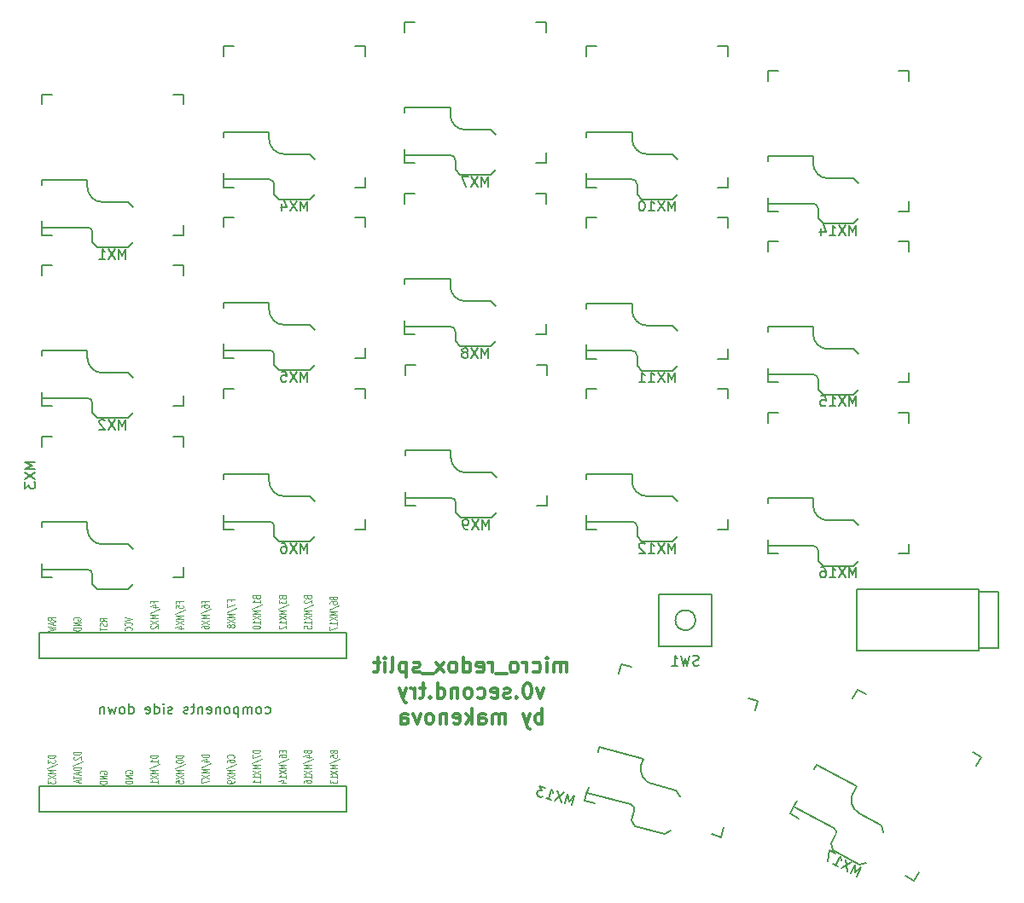
<source format=gbr>
G04 #@! TF.GenerationSoftware,KiCad,Pcbnew,(5.1.9-0-10_14)*
G04 #@! TF.CreationDate,2021-02-24T15:03:00-06:00*
G04 #@! TF.ProjectId,micro_redox_split,6d696372-6f5f-4726-9564-6f785f73706c,rev?*
G04 #@! TF.SameCoordinates,Original*
G04 #@! TF.FileFunction,Legend,Bot*
G04 #@! TF.FilePolarity,Positive*
%FSLAX46Y46*%
G04 Gerber Fmt 4.6, Leading zero omitted, Abs format (unit mm)*
G04 Created by KiCad (PCBNEW (5.1.9-0-10_14)) date 2021-02-24 15:03:00*
%MOMM*%
%LPD*%
G01*
G04 APERTURE LIST*
%ADD10C,0.300000*%
%ADD11C,0.150000*%
%ADD12C,0.125000*%
G04 APERTURE END LIST*
D10*
X85219785Y-133510571D02*
X85219785Y-132510571D01*
X85219785Y-132653428D02*
X85148357Y-132582000D01*
X85005500Y-132510571D01*
X84791214Y-132510571D01*
X84648357Y-132582000D01*
X84576928Y-132724857D01*
X84576928Y-133510571D01*
X84576928Y-132724857D02*
X84505500Y-132582000D01*
X84362642Y-132510571D01*
X84148357Y-132510571D01*
X84005500Y-132582000D01*
X83934071Y-132724857D01*
X83934071Y-133510571D01*
X83219785Y-133510571D02*
X83219785Y-132510571D01*
X83219785Y-132010571D02*
X83291214Y-132082000D01*
X83219785Y-132153428D01*
X83148357Y-132082000D01*
X83219785Y-132010571D01*
X83219785Y-132153428D01*
X81862642Y-133439142D02*
X82005500Y-133510571D01*
X82291214Y-133510571D01*
X82434071Y-133439142D01*
X82505500Y-133367714D01*
X82576928Y-133224857D01*
X82576928Y-132796285D01*
X82505500Y-132653428D01*
X82434071Y-132582000D01*
X82291214Y-132510571D01*
X82005500Y-132510571D01*
X81862642Y-132582000D01*
X81219785Y-133510571D02*
X81219785Y-132510571D01*
X81219785Y-132796285D02*
X81148357Y-132653428D01*
X81076928Y-132582000D01*
X80934071Y-132510571D01*
X80791214Y-132510571D01*
X80076928Y-133510571D02*
X80219785Y-133439142D01*
X80291214Y-133367714D01*
X80362642Y-133224857D01*
X80362642Y-132796285D01*
X80291214Y-132653428D01*
X80219785Y-132582000D01*
X80076928Y-132510571D01*
X79862642Y-132510571D01*
X79719785Y-132582000D01*
X79648357Y-132653428D01*
X79576928Y-132796285D01*
X79576928Y-133224857D01*
X79648357Y-133367714D01*
X79719785Y-133439142D01*
X79862642Y-133510571D01*
X80076928Y-133510571D01*
X79291214Y-133653428D02*
X78148357Y-133653428D01*
X77791214Y-133510571D02*
X77791214Y-132510571D01*
X77791214Y-132796285D02*
X77719785Y-132653428D01*
X77648357Y-132582000D01*
X77505500Y-132510571D01*
X77362642Y-132510571D01*
X76291214Y-133439142D02*
X76434071Y-133510571D01*
X76719785Y-133510571D01*
X76862642Y-133439142D01*
X76934071Y-133296285D01*
X76934071Y-132724857D01*
X76862642Y-132582000D01*
X76719785Y-132510571D01*
X76434071Y-132510571D01*
X76291214Y-132582000D01*
X76219785Y-132724857D01*
X76219785Y-132867714D01*
X76934071Y-133010571D01*
X74934071Y-133510571D02*
X74934071Y-132010571D01*
X74934071Y-133439142D02*
X75076928Y-133510571D01*
X75362642Y-133510571D01*
X75505500Y-133439142D01*
X75576928Y-133367714D01*
X75648357Y-133224857D01*
X75648357Y-132796285D01*
X75576928Y-132653428D01*
X75505500Y-132582000D01*
X75362642Y-132510571D01*
X75076928Y-132510571D01*
X74934071Y-132582000D01*
X74005500Y-133510571D02*
X74148357Y-133439142D01*
X74219785Y-133367714D01*
X74291214Y-133224857D01*
X74291214Y-132796285D01*
X74219785Y-132653428D01*
X74148357Y-132582000D01*
X74005500Y-132510571D01*
X73791214Y-132510571D01*
X73648357Y-132582000D01*
X73576928Y-132653428D01*
X73505500Y-132796285D01*
X73505500Y-133224857D01*
X73576928Y-133367714D01*
X73648357Y-133439142D01*
X73791214Y-133510571D01*
X74005500Y-133510571D01*
X73005500Y-133510571D02*
X72219785Y-132510571D01*
X73005500Y-132510571D02*
X72219785Y-133510571D01*
X72005500Y-133653428D02*
X70862642Y-133653428D01*
X70576928Y-133439142D02*
X70434071Y-133510571D01*
X70148357Y-133510571D01*
X70005500Y-133439142D01*
X69934071Y-133296285D01*
X69934071Y-133224857D01*
X70005500Y-133082000D01*
X70148357Y-133010571D01*
X70362642Y-133010571D01*
X70505500Y-132939142D01*
X70576928Y-132796285D01*
X70576928Y-132724857D01*
X70505500Y-132582000D01*
X70362642Y-132510571D01*
X70148357Y-132510571D01*
X70005500Y-132582000D01*
X69291214Y-132510571D02*
X69291214Y-134010571D01*
X69291214Y-132582000D02*
X69148357Y-132510571D01*
X68862642Y-132510571D01*
X68719785Y-132582000D01*
X68648357Y-132653428D01*
X68576928Y-132796285D01*
X68576928Y-133224857D01*
X68648357Y-133367714D01*
X68719785Y-133439142D01*
X68862642Y-133510571D01*
X69148357Y-133510571D01*
X69291214Y-133439142D01*
X67719785Y-133510571D02*
X67862642Y-133439142D01*
X67934071Y-133296285D01*
X67934071Y-132010571D01*
X67148357Y-133510571D02*
X67148357Y-132510571D01*
X67148357Y-132010571D02*
X67219785Y-132082000D01*
X67148357Y-132153428D01*
X67076928Y-132082000D01*
X67148357Y-132010571D01*
X67148357Y-132153428D01*
X66648357Y-132510571D02*
X66076928Y-132510571D01*
X66434071Y-132010571D02*
X66434071Y-133296285D01*
X66362642Y-133439142D01*
X66219785Y-133510571D01*
X66076928Y-133510571D01*
X82934071Y-135060571D02*
X82576928Y-136060571D01*
X82219785Y-135060571D01*
X81362642Y-134560571D02*
X81219785Y-134560571D01*
X81076928Y-134632000D01*
X81005500Y-134703428D01*
X80934071Y-134846285D01*
X80862642Y-135132000D01*
X80862642Y-135489142D01*
X80934071Y-135774857D01*
X81005500Y-135917714D01*
X81076928Y-135989142D01*
X81219785Y-136060571D01*
X81362642Y-136060571D01*
X81505500Y-135989142D01*
X81576928Y-135917714D01*
X81648357Y-135774857D01*
X81719785Y-135489142D01*
X81719785Y-135132000D01*
X81648357Y-134846285D01*
X81576928Y-134703428D01*
X81505500Y-134632000D01*
X81362642Y-134560571D01*
X80219785Y-135917714D02*
X80148357Y-135989142D01*
X80219785Y-136060571D01*
X80291214Y-135989142D01*
X80219785Y-135917714D01*
X80219785Y-136060571D01*
X79576928Y-135989142D02*
X79434071Y-136060571D01*
X79148357Y-136060571D01*
X79005500Y-135989142D01*
X78934071Y-135846285D01*
X78934071Y-135774857D01*
X79005500Y-135632000D01*
X79148357Y-135560571D01*
X79362642Y-135560571D01*
X79505500Y-135489142D01*
X79576928Y-135346285D01*
X79576928Y-135274857D01*
X79505500Y-135132000D01*
X79362642Y-135060571D01*
X79148357Y-135060571D01*
X79005500Y-135132000D01*
X77719785Y-135989142D02*
X77862642Y-136060571D01*
X78148357Y-136060571D01*
X78291214Y-135989142D01*
X78362642Y-135846285D01*
X78362642Y-135274857D01*
X78291214Y-135132000D01*
X78148357Y-135060571D01*
X77862642Y-135060571D01*
X77719785Y-135132000D01*
X77648357Y-135274857D01*
X77648357Y-135417714D01*
X78362642Y-135560571D01*
X76362642Y-135989142D02*
X76505500Y-136060571D01*
X76791214Y-136060571D01*
X76934071Y-135989142D01*
X77005500Y-135917714D01*
X77076928Y-135774857D01*
X77076928Y-135346285D01*
X77005500Y-135203428D01*
X76934071Y-135132000D01*
X76791214Y-135060571D01*
X76505500Y-135060571D01*
X76362642Y-135132000D01*
X75505500Y-136060571D02*
X75648357Y-135989142D01*
X75719785Y-135917714D01*
X75791214Y-135774857D01*
X75791214Y-135346285D01*
X75719785Y-135203428D01*
X75648357Y-135132000D01*
X75505500Y-135060571D01*
X75291214Y-135060571D01*
X75148357Y-135132000D01*
X75076928Y-135203428D01*
X75005500Y-135346285D01*
X75005500Y-135774857D01*
X75076928Y-135917714D01*
X75148357Y-135989142D01*
X75291214Y-136060571D01*
X75505500Y-136060571D01*
X74362642Y-135060571D02*
X74362642Y-136060571D01*
X74362642Y-135203428D02*
X74291214Y-135132000D01*
X74148357Y-135060571D01*
X73934071Y-135060571D01*
X73791214Y-135132000D01*
X73719785Y-135274857D01*
X73719785Y-136060571D01*
X72362642Y-136060571D02*
X72362642Y-134560571D01*
X72362642Y-135989142D02*
X72505500Y-136060571D01*
X72791214Y-136060571D01*
X72934071Y-135989142D01*
X73005500Y-135917714D01*
X73076928Y-135774857D01*
X73076928Y-135346285D01*
X73005500Y-135203428D01*
X72934071Y-135132000D01*
X72791214Y-135060571D01*
X72505500Y-135060571D01*
X72362642Y-135132000D01*
X71648357Y-135917714D02*
X71576928Y-135989142D01*
X71648357Y-136060571D01*
X71719785Y-135989142D01*
X71648357Y-135917714D01*
X71648357Y-136060571D01*
X71148357Y-135060571D02*
X70576928Y-135060571D01*
X70934071Y-134560571D02*
X70934071Y-135846285D01*
X70862642Y-135989142D01*
X70719785Y-136060571D01*
X70576928Y-136060571D01*
X70076928Y-136060571D02*
X70076928Y-135060571D01*
X70076928Y-135346285D02*
X70005500Y-135203428D01*
X69934071Y-135132000D01*
X69791214Y-135060571D01*
X69648357Y-135060571D01*
X69291214Y-135060571D02*
X68934071Y-136060571D01*
X68576928Y-135060571D02*
X68934071Y-136060571D01*
X69076928Y-136417714D01*
X69148357Y-136489142D01*
X69291214Y-136560571D01*
X82755500Y-138610571D02*
X82755500Y-137110571D01*
X82755500Y-137682000D02*
X82612642Y-137610571D01*
X82326928Y-137610571D01*
X82184071Y-137682000D01*
X82112642Y-137753428D01*
X82041214Y-137896285D01*
X82041214Y-138324857D01*
X82112642Y-138467714D01*
X82184071Y-138539142D01*
X82326928Y-138610571D01*
X82612642Y-138610571D01*
X82755500Y-138539142D01*
X81541214Y-137610571D02*
X81184071Y-138610571D01*
X80826928Y-137610571D02*
X81184071Y-138610571D01*
X81326928Y-138967714D01*
X81398357Y-139039142D01*
X81541214Y-139110571D01*
X79112642Y-138610571D02*
X79112642Y-137610571D01*
X79112642Y-137753428D02*
X79041214Y-137682000D01*
X78898357Y-137610571D01*
X78684071Y-137610571D01*
X78541214Y-137682000D01*
X78469785Y-137824857D01*
X78469785Y-138610571D01*
X78469785Y-137824857D02*
X78398357Y-137682000D01*
X78255500Y-137610571D01*
X78041214Y-137610571D01*
X77898357Y-137682000D01*
X77826928Y-137824857D01*
X77826928Y-138610571D01*
X76469785Y-138610571D02*
X76469785Y-137824857D01*
X76541214Y-137682000D01*
X76684071Y-137610571D01*
X76969785Y-137610571D01*
X77112642Y-137682000D01*
X76469785Y-138539142D02*
X76612642Y-138610571D01*
X76969785Y-138610571D01*
X77112642Y-138539142D01*
X77184071Y-138396285D01*
X77184071Y-138253428D01*
X77112642Y-138110571D01*
X76969785Y-138039142D01*
X76612642Y-138039142D01*
X76469785Y-137967714D01*
X75755500Y-138610571D02*
X75755500Y-137110571D01*
X75612642Y-138039142D02*
X75184071Y-138610571D01*
X75184071Y-137610571D02*
X75755500Y-138182000D01*
X73969785Y-138539142D02*
X74112642Y-138610571D01*
X74398357Y-138610571D01*
X74541214Y-138539142D01*
X74612642Y-138396285D01*
X74612642Y-137824857D01*
X74541214Y-137682000D01*
X74398357Y-137610571D01*
X74112642Y-137610571D01*
X73969785Y-137682000D01*
X73898357Y-137824857D01*
X73898357Y-137967714D01*
X74612642Y-138110571D01*
X73255500Y-137610571D02*
X73255500Y-138610571D01*
X73255500Y-137753428D02*
X73184071Y-137682000D01*
X73041214Y-137610571D01*
X72826928Y-137610571D01*
X72684071Y-137682000D01*
X72612642Y-137824857D01*
X72612642Y-138610571D01*
X71684071Y-138610571D02*
X71826928Y-138539142D01*
X71898357Y-138467714D01*
X71969785Y-138324857D01*
X71969785Y-137896285D01*
X71898357Y-137753428D01*
X71826928Y-137682000D01*
X71684071Y-137610571D01*
X71469785Y-137610571D01*
X71326928Y-137682000D01*
X71255500Y-137753428D01*
X71184071Y-137896285D01*
X71184071Y-138324857D01*
X71255500Y-138467714D01*
X71326928Y-138539142D01*
X71469785Y-138610571D01*
X71684071Y-138610571D01*
X70684071Y-137610571D02*
X70326928Y-138610571D01*
X69969785Y-137610571D01*
X68755500Y-138610571D02*
X68755500Y-137824857D01*
X68826928Y-137682000D01*
X68969785Y-137610571D01*
X69255500Y-137610571D01*
X69398357Y-137682000D01*
X68755500Y-138539142D02*
X68898357Y-138610571D01*
X69255500Y-138610571D01*
X69398357Y-138539142D01*
X69469785Y-138396285D01*
X69469785Y-138253428D01*
X69398357Y-138110571D01*
X69255500Y-138039142D01*
X68898357Y-138039142D01*
X68755500Y-137967714D01*
D11*
X63309500Y-144816400D02*
X32829500Y-144816400D01*
X63309500Y-147356400D02*
X63309500Y-144816400D01*
X32829500Y-147356400D02*
X63309500Y-147356400D01*
X32829500Y-144816400D02*
X32829500Y-147356400D01*
X63309500Y-129596400D02*
X32829500Y-129596400D01*
X63309500Y-132136400D02*
X63309500Y-129596400D01*
X32829500Y-132136400D02*
X63309500Y-132136400D01*
X32829500Y-129596400D02*
X32829500Y-132136400D01*
X94364500Y-130933500D02*
X99564500Y-130933500D01*
X99564500Y-130933500D02*
X99564500Y-125733500D01*
X97964500Y-128333500D02*
G75*
G03*
X97964500Y-128333500I-1000000J0D01*
G01*
X99564500Y-125733500D02*
X94364500Y-125733500D01*
X94364500Y-125733500D02*
X94364500Y-130933500D01*
X128047500Y-125533500D02*
X128047500Y-131133500D01*
X126047500Y-125533500D02*
X128047500Y-125533500D01*
X126047500Y-131133500D02*
X128047500Y-131133500D01*
X126047500Y-125283500D02*
X126047500Y-131383500D01*
X113947500Y-125283500D02*
X113947500Y-131383500D01*
X126047500Y-125283500D02*
X113947500Y-125283500D01*
X126047500Y-131383500D02*
X113947500Y-131383500D01*
X113593208Y-145457001D02*
X113927219Y-144841829D01*
X113927219Y-144841829D02*
X109972542Y-142694614D01*
X111609072Y-151207062D02*
X111408243Y-150529074D01*
X111885402Y-149650257D02*
X111408243Y-150529074D01*
X107729896Y-146825055D02*
X111684573Y-148972269D01*
X116593567Y-149361849D02*
X116392738Y-148683861D01*
X108016191Y-146297765D02*
X107729896Y-146825055D01*
X116392738Y-148683861D02*
X114195695Y-147490965D01*
X114923512Y-152437709D02*
X114245524Y-152638538D01*
X114245524Y-152638538D02*
X111609072Y-151207062D01*
X109972542Y-142694614D02*
X109733963Y-143134023D01*
X119651608Y-154208331D02*
X118772791Y-153731172D01*
X120128767Y-153329514D02*
X119651608Y-154208331D01*
X107348169Y-147528108D02*
X107825328Y-146649291D01*
X108226986Y-148005267D02*
X107348169Y-147528108D01*
X113551233Y-136103486D02*
X114028392Y-135224669D01*
X114028392Y-135224669D02*
X114907209Y-135701828D01*
X126331831Y-141904892D02*
X125854672Y-142783709D01*
X125453014Y-141427733D02*
X126331831Y-141904892D01*
X111684573Y-148972270D02*
G75*
G02*
X111885402Y-149650257I-238579J-439408D01*
G01*
X114195696Y-147490965D02*
G75*
G02*
X113593208Y-145457001I715738J1318226D01*
G01*
X109641000Y-116944500D02*
X109641000Y-116244500D01*
X109641000Y-116244500D02*
X105141000Y-116244500D01*
X110641000Y-122944500D02*
X110141000Y-122444500D01*
X110141000Y-121444500D02*
X110141000Y-122444500D01*
X105141000Y-120944500D02*
X109641000Y-120944500D01*
X114141000Y-118944500D02*
X113641000Y-118444500D01*
X105141000Y-120344500D02*
X105141000Y-120944500D01*
X113641000Y-118444500D02*
X111141000Y-118444500D01*
X114141000Y-122444500D02*
X113641000Y-122944500D01*
X113641000Y-122944500D02*
X110641000Y-122944500D01*
X105141000Y-116244500D02*
X105141000Y-116744500D01*
X119141000Y-121744500D02*
X118141000Y-121744500D01*
X119141000Y-120744500D02*
X119141000Y-121744500D01*
X105141000Y-121744500D02*
X105141000Y-120744500D01*
X106141000Y-121744500D02*
X105141000Y-121744500D01*
X105141000Y-108744500D02*
X105141000Y-107744500D01*
X105141000Y-107744500D02*
X106141000Y-107744500D01*
X119141000Y-107744500D02*
X119141000Y-108744500D01*
X118141000Y-107744500D02*
X119141000Y-107744500D01*
X109641000Y-120944500D02*
G75*
G02*
X110141000Y-121444500I0J-500000D01*
G01*
X111141000Y-118444500D02*
G75*
G02*
X109641000Y-116944500I0J1500000D01*
G01*
X109641000Y-99926500D02*
X109641000Y-99226500D01*
X109641000Y-99226500D02*
X105141000Y-99226500D01*
X110641000Y-105926500D02*
X110141000Y-105426500D01*
X110141000Y-104426500D02*
X110141000Y-105426500D01*
X105141000Y-103926500D02*
X109641000Y-103926500D01*
X114141000Y-101926500D02*
X113641000Y-101426500D01*
X105141000Y-103326500D02*
X105141000Y-103926500D01*
X113641000Y-101426500D02*
X111141000Y-101426500D01*
X114141000Y-105426500D02*
X113641000Y-105926500D01*
X113641000Y-105926500D02*
X110641000Y-105926500D01*
X105141000Y-99226500D02*
X105141000Y-99726500D01*
X119141000Y-104726500D02*
X118141000Y-104726500D01*
X119141000Y-103726500D02*
X119141000Y-104726500D01*
X105141000Y-104726500D02*
X105141000Y-103726500D01*
X106141000Y-104726500D02*
X105141000Y-104726500D01*
X105141000Y-91726500D02*
X105141000Y-90726500D01*
X105141000Y-90726500D02*
X106141000Y-90726500D01*
X119141000Y-90726500D02*
X119141000Y-91726500D01*
X118141000Y-90726500D02*
X119141000Y-90726500D01*
X109641000Y-103926500D02*
G75*
G02*
X110141000Y-104426500I0J-500000D01*
G01*
X111141000Y-101426500D02*
G75*
G02*
X109641000Y-99926500I0J1500000D01*
G01*
X109641000Y-82972000D02*
X109641000Y-82272000D01*
X109641000Y-82272000D02*
X105141000Y-82272000D01*
X110641000Y-88972000D02*
X110141000Y-88472000D01*
X110141000Y-87472000D02*
X110141000Y-88472000D01*
X105141000Y-86972000D02*
X109641000Y-86972000D01*
X114141000Y-84972000D02*
X113641000Y-84472000D01*
X105141000Y-86372000D02*
X105141000Y-86972000D01*
X113641000Y-84472000D02*
X111141000Y-84472000D01*
X114141000Y-88472000D02*
X113641000Y-88972000D01*
X113641000Y-88972000D02*
X110641000Y-88972000D01*
X105141000Y-82272000D02*
X105141000Y-82772000D01*
X119141000Y-87772000D02*
X118141000Y-87772000D01*
X119141000Y-86772000D02*
X119141000Y-87772000D01*
X105141000Y-87772000D02*
X105141000Y-86772000D01*
X106141000Y-87772000D02*
X105141000Y-87772000D01*
X105141000Y-74772000D02*
X105141000Y-73772000D01*
X105141000Y-73772000D02*
X106141000Y-73772000D01*
X119141000Y-73772000D02*
X119141000Y-74772000D01*
X118141000Y-73772000D02*
X119141000Y-73772000D01*
X109641000Y-86972000D02*
G75*
G02*
X110141000Y-87472000I0J-500000D01*
G01*
X111141000Y-84472000D02*
G75*
G02*
X109641000Y-82972000I0J1500000D01*
G01*
X92583284Y-142765489D02*
X92764457Y-142089341D01*
X92764457Y-142089341D02*
X88417791Y-140924655D01*
X91996295Y-148819863D02*
X91642742Y-148207491D01*
X91901561Y-147241565D02*
X91642742Y-148207491D01*
X87201341Y-145464507D02*
X91548007Y-146629193D01*
X96412312Y-145862027D02*
X96058758Y-145249654D01*
X87356633Y-144884951D02*
X87201341Y-145464507D01*
X96058758Y-145249654D02*
X93643944Y-144602607D01*
X95506445Y-149242767D02*
X94894073Y-149596320D01*
X94894073Y-149596320D02*
X91996295Y-148819863D01*
X88417791Y-140924655D02*
X88288381Y-141407618D01*
X100517247Y-149860714D02*
X99551322Y-149601895D01*
X100776067Y-148894788D02*
X100517247Y-149860714D01*
X86994286Y-146237247D02*
X87253105Y-145271322D01*
X87960212Y-146496067D02*
X86994286Y-146237247D01*
X90358933Y-133680212D02*
X90617753Y-132714286D01*
X90617753Y-132714286D02*
X91583678Y-132973105D01*
X104140714Y-136337753D02*
X103881895Y-137303678D01*
X103174788Y-136078933D02*
X104140714Y-136337753D01*
X91548008Y-146629192D02*
G75*
G02*
X91901561Y-147241565I-129410J-482963D01*
G01*
X93643943Y-144602606D02*
G75*
G02*
X92583284Y-142765489I388229J1448888D01*
G01*
X91670500Y-114531500D02*
X91670500Y-113831500D01*
X91670500Y-113831500D02*
X87170500Y-113831500D01*
X92670500Y-120531500D02*
X92170500Y-120031500D01*
X92170500Y-119031500D02*
X92170500Y-120031500D01*
X87170500Y-118531500D02*
X91670500Y-118531500D01*
X96170500Y-116531500D02*
X95670500Y-116031500D01*
X87170500Y-117931500D02*
X87170500Y-118531500D01*
X95670500Y-116031500D02*
X93170500Y-116031500D01*
X96170500Y-120031500D02*
X95670500Y-120531500D01*
X95670500Y-120531500D02*
X92670500Y-120531500D01*
X87170500Y-113831500D02*
X87170500Y-114331500D01*
X101170500Y-119331500D02*
X100170500Y-119331500D01*
X101170500Y-118331500D02*
X101170500Y-119331500D01*
X87170500Y-119331500D02*
X87170500Y-118331500D01*
X88170500Y-119331500D02*
X87170500Y-119331500D01*
X87170500Y-106331500D02*
X87170500Y-105331500D01*
X87170500Y-105331500D02*
X88170500Y-105331500D01*
X101170500Y-105331500D02*
X101170500Y-106331500D01*
X100170500Y-105331500D02*
X101170500Y-105331500D01*
X91670500Y-118531500D02*
G75*
G02*
X92170500Y-119031500I0J-500000D01*
G01*
X93170500Y-116031500D02*
G75*
G02*
X91670500Y-114531500I0J1500000D01*
G01*
X91670500Y-97577000D02*
X91670500Y-96877000D01*
X91670500Y-96877000D02*
X87170500Y-96877000D01*
X92670500Y-103577000D02*
X92170500Y-103077000D01*
X92170500Y-102077000D02*
X92170500Y-103077000D01*
X87170500Y-101577000D02*
X91670500Y-101577000D01*
X96170500Y-99577000D02*
X95670500Y-99077000D01*
X87170500Y-100977000D02*
X87170500Y-101577000D01*
X95670500Y-99077000D02*
X93170500Y-99077000D01*
X96170500Y-103077000D02*
X95670500Y-103577000D01*
X95670500Y-103577000D02*
X92670500Y-103577000D01*
X87170500Y-96877000D02*
X87170500Y-97377000D01*
X101170500Y-102377000D02*
X100170500Y-102377000D01*
X101170500Y-101377000D02*
X101170500Y-102377000D01*
X87170500Y-102377000D02*
X87170500Y-101377000D01*
X88170500Y-102377000D02*
X87170500Y-102377000D01*
X87170500Y-89377000D02*
X87170500Y-88377000D01*
X87170500Y-88377000D02*
X88170500Y-88377000D01*
X101170500Y-88377000D02*
X101170500Y-89377000D01*
X100170500Y-88377000D02*
X101170500Y-88377000D01*
X91670500Y-101577000D02*
G75*
G02*
X92170500Y-102077000I0J-500000D01*
G01*
X93170500Y-99077000D02*
G75*
G02*
X91670500Y-97577000I0J1500000D01*
G01*
X91670500Y-80559000D02*
X91670500Y-79859000D01*
X91670500Y-79859000D02*
X87170500Y-79859000D01*
X92670500Y-86559000D02*
X92170500Y-86059000D01*
X92170500Y-85059000D02*
X92170500Y-86059000D01*
X87170500Y-84559000D02*
X91670500Y-84559000D01*
X96170500Y-82559000D02*
X95670500Y-82059000D01*
X87170500Y-83959000D02*
X87170500Y-84559000D01*
X95670500Y-82059000D02*
X93170500Y-82059000D01*
X96170500Y-86059000D02*
X95670500Y-86559000D01*
X95670500Y-86559000D02*
X92670500Y-86559000D01*
X87170500Y-79859000D02*
X87170500Y-80359000D01*
X101170500Y-85359000D02*
X100170500Y-85359000D01*
X101170500Y-84359000D02*
X101170500Y-85359000D01*
X87170500Y-85359000D02*
X87170500Y-84359000D01*
X88170500Y-85359000D02*
X87170500Y-85359000D01*
X87170500Y-72359000D02*
X87170500Y-71359000D01*
X87170500Y-71359000D02*
X88170500Y-71359000D01*
X101170500Y-71359000D02*
X101170500Y-72359000D01*
X100170500Y-71359000D02*
X101170500Y-71359000D01*
X91670500Y-84559000D02*
G75*
G02*
X92170500Y-85059000I0J-500000D01*
G01*
X93170500Y-82059000D02*
G75*
G02*
X91670500Y-80559000I0J1500000D01*
G01*
X73700000Y-112182000D02*
X73700000Y-111482000D01*
X73700000Y-111482000D02*
X69200000Y-111482000D01*
X74700000Y-118182000D02*
X74200000Y-117682000D01*
X74200000Y-116682000D02*
X74200000Y-117682000D01*
X69200000Y-116182000D02*
X73700000Y-116182000D01*
X78200000Y-114182000D02*
X77700000Y-113682000D01*
X69200000Y-115582000D02*
X69200000Y-116182000D01*
X77700000Y-113682000D02*
X75200000Y-113682000D01*
X78200000Y-117682000D02*
X77700000Y-118182000D01*
X77700000Y-118182000D02*
X74700000Y-118182000D01*
X69200000Y-111482000D02*
X69200000Y-111982000D01*
X83200000Y-116982000D02*
X82200000Y-116982000D01*
X83200000Y-115982000D02*
X83200000Y-116982000D01*
X69200000Y-116982000D02*
X69200000Y-115982000D01*
X70200000Y-116982000D02*
X69200000Y-116982000D01*
X69200000Y-103982000D02*
X69200000Y-102982000D01*
X69200000Y-102982000D02*
X70200000Y-102982000D01*
X83200000Y-102982000D02*
X83200000Y-103982000D01*
X82200000Y-102982000D02*
X83200000Y-102982000D01*
X73700000Y-116182000D02*
G75*
G02*
X74200000Y-116682000I0J-500000D01*
G01*
X75200000Y-113682000D02*
G75*
G02*
X73700000Y-112182000I0J1500000D01*
G01*
X73636500Y-95164000D02*
X73636500Y-94464000D01*
X73636500Y-94464000D02*
X69136500Y-94464000D01*
X74636500Y-101164000D02*
X74136500Y-100664000D01*
X74136500Y-99664000D02*
X74136500Y-100664000D01*
X69136500Y-99164000D02*
X73636500Y-99164000D01*
X78136500Y-97164000D02*
X77636500Y-96664000D01*
X69136500Y-98564000D02*
X69136500Y-99164000D01*
X77636500Y-96664000D02*
X75136500Y-96664000D01*
X78136500Y-100664000D02*
X77636500Y-101164000D01*
X77636500Y-101164000D02*
X74636500Y-101164000D01*
X69136500Y-94464000D02*
X69136500Y-94964000D01*
X83136500Y-99964000D02*
X82136500Y-99964000D01*
X83136500Y-98964000D02*
X83136500Y-99964000D01*
X69136500Y-99964000D02*
X69136500Y-98964000D01*
X70136500Y-99964000D02*
X69136500Y-99964000D01*
X69136500Y-86964000D02*
X69136500Y-85964000D01*
X69136500Y-85964000D02*
X70136500Y-85964000D01*
X83136500Y-85964000D02*
X83136500Y-86964000D01*
X82136500Y-85964000D02*
X83136500Y-85964000D01*
X73636500Y-99164000D02*
G75*
G02*
X74136500Y-99664000I0J-500000D01*
G01*
X75136500Y-96664000D02*
G75*
G02*
X73636500Y-95164000I0J1500000D01*
G01*
X73636500Y-78146000D02*
X73636500Y-77446000D01*
X73636500Y-77446000D02*
X69136500Y-77446000D01*
X74636500Y-84146000D02*
X74136500Y-83646000D01*
X74136500Y-82646000D02*
X74136500Y-83646000D01*
X69136500Y-82146000D02*
X73636500Y-82146000D01*
X78136500Y-80146000D02*
X77636500Y-79646000D01*
X69136500Y-81546000D02*
X69136500Y-82146000D01*
X77636500Y-79646000D02*
X75136500Y-79646000D01*
X78136500Y-83646000D02*
X77636500Y-84146000D01*
X77636500Y-84146000D02*
X74636500Y-84146000D01*
X69136500Y-77446000D02*
X69136500Y-77946000D01*
X83136500Y-82946000D02*
X82136500Y-82946000D01*
X83136500Y-81946000D02*
X83136500Y-82946000D01*
X69136500Y-82946000D02*
X69136500Y-81946000D01*
X70136500Y-82946000D02*
X69136500Y-82946000D01*
X69136500Y-69946000D02*
X69136500Y-68946000D01*
X69136500Y-68946000D02*
X70136500Y-68946000D01*
X83136500Y-68946000D02*
X83136500Y-69946000D01*
X82136500Y-68946000D02*
X83136500Y-68946000D01*
X73636500Y-82146000D02*
G75*
G02*
X74136500Y-82646000I0J-500000D01*
G01*
X75136500Y-79646000D02*
G75*
G02*
X73636500Y-78146000I0J1500000D01*
G01*
X55666000Y-114531500D02*
X55666000Y-113831500D01*
X55666000Y-113831500D02*
X51166000Y-113831500D01*
X56666000Y-120531500D02*
X56166000Y-120031500D01*
X56166000Y-119031500D02*
X56166000Y-120031500D01*
X51166000Y-118531500D02*
X55666000Y-118531500D01*
X60166000Y-116531500D02*
X59666000Y-116031500D01*
X51166000Y-117931500D02*
X51166000Y-118531500D01*
X59666000Y-116031500D02*
X57166000Y-116031500D01*
X60166000Y-120031500D02*
X59666000Y-120531500D01*
X59666000Y-120531500D02*
X56666000Y-120531500D01*
X51166000Y-113831500D02*
X51166000Y-114331500D01*
X65166000Y-119331500D02*
X64166000Y-119331500D01*
X65166000Y-118331500D02*
X65166000Y-119331500D01*
X51166000Y-119331500D02*
X51166000Y-118331500D01*
X52166000Y-119331500D02*
X51166000Y-119331500D01*
X51166000Y-106331500D02*
X51166000Y-105331500D01*
X51166000Y-105331500D02*
X52166000Y-105331500D01*
X65166000Y-105331500D02*
X65166000Y-106331500D01*
X64166000Y-105331500D02*
X65166000Y-105331500D01*
X55666000Y-118531500D02*
G75*
G02*
X56166000Y-119031500I0J-500000D01*
G01*
X57166000Y-116031500D02*
G75*
G02*
X55666000Y-114531500I0J1500000D01*
G01*
X55666000Y-97513500D02*
X55666000Y-96813500D01*
X55666000Y-96813500D02*
X51166000Y-96813500D01*
X56666000Y-103513500D02*
X56166000Y-103013500D01*
X56166000Y-102013500D02*
X56166000Y-103013500D01*
X51166000Y-101513500D02*
X55666000Y-101513500D01*
X60166000Y-99513500D02*
X59666000Y-99013500D01*
X51166000Y-100913500D02*
X51166000Y-101513500D01*
X59666000Y-99013500D02*
X57166000Y-99013500D01*
X60166000Y-103013500D02*
X59666000Y-103513500D01*
X59666000Y-103513500D02*
X56666000Y-103513500D01*
X51166000Y-96813500D02*
X51166000Y-97313500D01*
X65166000Y-102313500D02*
X64166000Y-102313500D01*
X65166000Y-101313500D02*
X65166000Y-102313500D01*
X51166000Y-102313500D02*
X51166000Y-101313500D01*
X52166000Y-102313500D02*
X51166000Y-102313500D01*
X51166000Y-89313500D02*
X51166000Y-88313500D01*
X51166000Y-88313500D02*
X52166000Y-88313500D01*
X65166000Y-88313500D02*
X65166000Y-89313500D01*
X64166000Y-88313500D02*
X65166000Y-88313500D01*
X55666000Y-101513500D02*
G75*
G02*
X56166000Y-102013500I0J-500000D01*
G01*
X57166000Y-99013500D02*
G75*
G02*
X55666000Y-97513500I0J1500000D01*
G01*
X55666000Y-80559000D02*
X55666000Y-79859000D01*
X55666000Y-79859000D02*
X51166000Y-79859000D01*
X56666000Y-86559000D02*
X56166000Y-86059000D01*
X56166000Y-85059000D02*
X56166000Y-86059000D01*
X51166000Y-84559000D02*
X55666000Y-84559000D01*
X60166000Y-82559000D02*
X59666000Y-82059000D01*
X51166000Y-83959000D02*
X51166000Y-84559000D01*
X59666000Y-82059000D02*
X57166000Y-82059000D01*
X60166000Y-86059000D02*
X59666000Y-86559000D01*
X59666000Y-86559000D02*
X56666000Y-86559000D01*
X51166000Y-79859000D02*
X51166000Y-80359000D01*
X65166000Y-85359000D02*
X64166000Y-85359000D01*
X65166000Y-84359000D02*
X65166000Y-85359000D01*
X51166000Y-85359000D02*
X51166000Y-84359000D01*
X52166000Y-85359000D02*
X51166000Y-85359000D01*
X51166000Y-72359000D02*
X51166000Y-71359000D01*
X51166000Y-71359000D02*
X52166000Y-71359000D01*
X65166000Y-71359000D02*
X65166000Y-72359000D01*
X64166000Y-71359000D02*
X65166000Y-71359000D01*
X55666000Y-84559000D02*
G75*
G02*
X56166000Y-85059000I0J-500000D01*
G01*
X57166000Y-82059000D02*
G75*
G02*
X55666000Y-80559000I0J1500000D01*
G01*
X37632000Y-119294000D02*
X37632000Y-118594000D01*
X37632000Y-118594000D02*
X33132000Y-118594000D01*
X38632000Y-125294000D02*
X38132000Y-124794000D01*
X38132000Y-123794000D02*
X38132000Y-124794000D01*
X33132000Y-123294000D02*
X37632000Y-123294000D01*
X42132000Y-121294000D02*
X41632000Y-120794000D01*
X33132000Y-122694000D02*
X33132000Y-123294000D01*
X41632000Y-120794000D02*
X39132000Y-120794000D01*
X42132000Y-124794000D02*
X41632000Y-125294000D01*
X41632000Y-125294000D02*
X38632000Y-125294000D01*
X33132000Y-118594000D02*
X33132000Y-119094000D01*
X47132000Y-124094000D02*
X46132000Y-124094000D01*
X47132000Y-123094000D02*
X47132000Y-124094000D01*
X33132000Y-124094000D02*
X33132000Y-123094000D01*
X34132000Y-124094000D02*
X33132000Y-124094000D01*
X33132000Y-111094000D02*
X33132000Y-110094000D01*
X33132000Y-110094000D02*
X34132000Y-110094000D01*
X47132000Y-110094000D02*
X47132000Y-111094000D01*
X46132000Y-110094000D02*
X47132000Y-110094000D01*
X37632000Y-123294000D02*
G75*
G02*
X38132000Y-123794000I0J-500000D01*
G01*
X39132000Y-120794000D02*
G75*
G02*
X37632000Y-119294000I0J1500000D01*
G01*
X37632000Y-102276000D02*
X37632000Y-101576000D01*
X37632000Y-101576000D02*
X33132000Y-101576000D01*
X38632000Y-108276000D02*
X38132000Y-107776000D01*
X38132000Y-106776000D02*
X38132000Y-107776000D01*
X33132000Y-106276000D02*
X37632000Y-106276000D01*
X42132000Y-104276000D02*
X41632000Y-103776000D01*
X33132000Y-105676000D02*
X33132000Y-106276000D01*
X41632000Y-103776000D02*
X39132000Y-103776000D01*
X42132000Y-107776000D02*
X41632000Y-108276000D01*
X41632000Y-108276000D02*
X38632000Y-108276000D01*
X33132000Y-101576000D02*
X33132000Y-102076000D01*
X47132000Y-107076000D02*
X46132000Y-107076000D01*
X47132000Y-106076000D02*
X47132000Y-107076000D01*
X33132000Y-107076000D02*
X33132000Y-106076000D01*
X34132000Y-107076000D02*
X33132000Y-107076000D01*
X33132000Y-94076000D02*
X33132000Y-93076000D01*
X33132000Y-93076000D02*
X34132000Y-93076000D01*
X47132000Y-93076000D02*
X47132000Y-94076000D01*
X46132000Y-93076000D02*
X47132000Y-93076000D01*
X37632000Y-106276000D02*
G75*
G02*
X38132000Y-106776000I0J-500000D01*
G01*
X39132000Y-103776000D02*
G75*
G02*
X37632000Y-102276000I0J1500000D01*
G01*
X37632000Y-85321500D02*
X37632000Y-84621500D01*
X37632000Y-84621500D02*
X33132000Y-84621500D01*
X38632000Y-91321500D02*
X38132000Y-90821500D01*
X38132000Y-89821500D02*
X38132000Y-90821500D01*
X33132000Y-89321500D02*
X37632000Y-89321500D01*
X42132000Y-87321500D02*
X41632000Y-86821500D01*
X33132000Y-88721500D02*
X33132000Y-89321500D01*
X41632000Y-86821500D02*
X39132000Y-86821500D01*
X42132000Y-90821500D02*
X41632000Y-91321500D01*
X41632000Y-91321500D02*
X38632000Y-91321500D01*
X33132000Y-84621500D02*
X33132000Y-85121500D01*
X47132000Y-90121500D02*
X46132000Y-90121500D01*
X47132000Y-89121500D02*
X47132000Y-90121500D01*
X33132000Y-90121500D02*
X33132000Y-89121500D01*
X34132000Y-90121500D02*
X33132000Y-90121500D01*
X33132000Y-77121500D02*
X33132000Y-76121500D01*
X33132000Y-76121500D02*
X34132000Y-76121500D01*
X47132000Y-76121500D02*
X47132000Y-77121500D01*
X46132000Y-76121500D02*
X47132000Y-76121500D01*
X37632000Y-89321500D02*
G75*
G02*
X38132000Y-89821500I0J-500000D01*
G01*
X39132000Y-86821500D02*
G75*
G02*
X37632000Y-85321500I0J1500000D01*
G01*
D12*
X34438785Y-128369261D02*
X34081642Y-128202595D01*
X34438785Y-128083547D02*
X33688785Y-128083547D01*
X33688785Y-128274023D01*
X33724500Y-128321642D01*
X33760214Y-128345452D01*
X33831642Y-128369261D01*
X33938785Y-128369261D01*
X34010214Y-128345452D01*
X34045928Y-128321642D01*
X34081642Y-128274023D01*
X34081642Y-128083547D01*
X34224500Y-128559738D02*
X34224500Y-128797833D01*
X34438785Y-128512119D02*
X33688785Y-128678785D01*
X34438785Y-128845452D01*
X33688785Y-128964500D02*
X34438785Y-129083547D01*
X33903071Y-129178785D01*
X34438785Y-129274023D01*
X33688785Y-129393071D01*
X34438785Y-141736190D02*
X33688785Y-141736190D01*
X33688785Y-141855238D01*
X33724500Y-141926666D01*
X33795928Y-141974285D01*
X33867357Y-141998095D01*
X34010214Y-142021904D01*
X34117357Y-142021904D01*
X34260214Y-141998095D01*
X34331642Y-141974285D01*
X34403071Y-141926666D01*
X34438785Y-141855238D01*
X34438785Y-141736190D01*
X33688785Y-142188571D02*
X33688785Y-142498095D01*
X33974500Y-142331428D01*
X33974500Y-142402857D01*
X34010214Y-142450476D01*
X34045928Y-142474285D01*
X34117357Y-142498095D01*
X34295928Y-142498095D01*
X34367357Y-142474285D01*
X34403071Y-142450476D01*
X34438785Y-142402857D01*
X34438785Y-142260000D01*
X34403071Y-142212380D01*
X34367357Y-142188571D01*
X33653071Y-143069523D02*
X34617357Y-142640952D01*
X34438785Y-143236190D02*
X33688785Y-143236190D01*
X34224500Y-143402857D01*
X33688785Y-143569523D01*
X34438785Y-143569523D01*
X33688785Y-143760000D02*
X34438785Y-144093333D01*
X33688785Y-144093333D02*
X34438785Y-143760000D01*
X33688785Y-144236190D02*
X33688785Y-144545714D01*
X33974500Y-144379047D01*
X33974500Y-144450476D01*
X34010214Y-144498095D01*
X34045928Y-144521904D01*
X34117357Y-144545714D01*
X34295928Y-144545714D01*
X34367357Y-144521904D01*
X34403071Y-144498095D01*
X34438785Y-144450476D01*
X34438785Y-144307619D01*
X34403071Y-144260000D01*
X34367357Y-144236190D01*
X36264500Y-128333547D02*
X36228785Y-128285928D01*
X36228785Y-128214500D01*
X36264500Y-128143071D01*
X36335928Y-128095452D01*
X36407357Y-128071642D01*
X36550214Y-128047833D01*
X36657357Y-128047833D01*
X36800214Y-128071642D01*
X36871642Y-128095452D01*
X36943071Y-128143071D01*
X36978785Y-128214500D01*
X36978785Y-128262119D01*
X36943071Y-128333547D01*
X36907357Y-128357357D01*
X36657357Y-128357357D01*
X36657357Y-128262119D01*
X36978785Y-128571642D02*
X36228785Y-128571642D01*
X36978785Y-128857357D01*
X36228785Y-128857357D01*
X36978785Y-129095452D02*
X36228785Y-129095452D01*
X36228785Y-129214500D01*
X36264500Y-129285928D01*
X36335928Y-129333547D01*
X36407357Y-129357357D01*
X36550214Y-129381166D01*
X36657357Y-129381166D01*
X36800214Y-129357357D01*
X36871642Y-129333547D01*
X36943071Y-129285928D01*
X36978785Y-129214500D01*
X36978785Y-129095452D01*
X36966785Y-141438571D02*
X36216785Y-141438571D01*
X36216785Y-141557619D01*
X36252500Y-141629047D01*
X36323928Y-141676666D01*
X36395357Y-141700476D01*
X36538214Y-141724285D01*
X36645357Y-141724285D01*
X36788214Y-141700476D01*
X36859642Y-141676666D01*
X36931071Y-141629047D01*
X36966785Y-141557619D01*
X36966785Y-141438571D01*
X36288214Y-141914761D02*
X36252500Y-141938571D01*
X36216785Y-141986190D01*
X36216785Y-142105238D01*
X36252500Y-142152857D01*
X36288214Y-142176666D01*
X36359642Y-142200476D01*
X36431071Y-142200476D01*
X36538214Y-142176666D01*
X36966785Y-141890952D01*
X36966785Y-142200476D01*
X36181071Y-142771904D02*
X37145357Y-142343333D01*
X36966785Y-142938571D02*
X36216785Y-142938571D01*
X36216785Y-143057619D01*
X36252500Y-143129047D01*
X36323928Y-143176666D01*
X36395357Y-143200476D01*
X36538214Y-143224285D01*
X36645357Y-143224285D01*
X36788214Y-143200476D01*
X36859642Y-143176666D01*
X36931071Y-143129047D01*
X36966785Y-143057619D01*
X36966785Y-142938571D01*
X36752500Y-143414761D02*
X36752500Y-143652857D01*
X36966785Y-143367142D02*
X36216785Y-143533809D01*
X36966785Y-143700476D01*
X36216785Y-143795714D02*
X36216785Y-144081428D01*
X36966785Y-143938571D02*
X36216785Y-143938571D01*
X36752500Y-144224285D02*
X36752500Y-144462380D01*
X36966785Y-144176666D02*
X36216785Y-144343333D01*
X36966785Y-144510000D01*
X39582285Y-128440690D02*
X39225142Y-128274023D01*
X39582285Y-128154976D02*
X38832285Y-128154976D01*
X38832285Y-128345452D01*
X38868000Y-128393071D01*
X38903714Y-128416880D01*
X38975142Y-128440690D01*
X39082285Y-128440690D01*
X39153714Y-128416880D01*
X39189428Y-128393071D01*
X39225142Y-128345452D01*
X39225142Y-128154976D01*
X39546571Y-128631166D02*
X39582285Y-128702595D01*
X39582285Y-128821642D01*
X39546571Y-128869261D01*
X39510857Y-128893071D01*
X39439428Y-128916880D01*
X39368000Y-128916880D01*
X39296571Y-128893071D01*
X39260857Y-128869261D01*
X39225142Y-128821642D01*
X39189428Y-128726404D01*
X39153714Y-128678785D01*
X39118000Y-128654976D01*
X39046571Y-128631166D01*
X38975142Y-128631166D01*
X38903714Y-128654976D01*
X38868000Y-128678785D01*
X38832285Y-128726404D01*
X38832285Y-128845452D01*
X38868000Y-128916880D01*
X38832285Y-129059738D02*
X38832285Y-129345452D01*
X39582285Y-129202595D02*
X38832285Y-129202595D01*
X38868000Y-143573547D02*
X38832285Y-143525928D01*
X38832285Y-143454500D01*
X38868000Y-143383071D01*
X38939428Y-143335452D01*
X39010857Y-143311642D01*
X39153714Y-143287833D01*
X39260857Y-143287833D01*
X39403714Y-143311642D01*
X39475142Y-143335452D01*
X39546571Y-143383071D01*
X39582285Y-143454500D01*
X39582285Y-143502119D01*
X39546571Y-143573547D01*
X39510857Y-143597357D01*
X39260857Y-143597357D01*
X39260857Y-143502119D01*
X39582285Y-143811642D02*
X38832285Y-143811642D01*
X39582285Y-144097357D01*
X38832285Y-144097357D01*
X39582285Y-144335452D02*
X38832285Y-144335452D01*
X38832285Y-144454500D01*
X38868000Y-144525928D01*
X38939428Y-144573547D01*
X39010857Y-144597357D01*
X39153714Y-144621166D01*
X39260857Y-144621166D01*
X39403714Y-144597357D01*
X39475142Y-144573547D01*
X39546571Y-144525928D01*
X39582285Y-144454500D01*
X39582285Y-144335452D01*
X41308785Y-128047833D02*
X42058785Y-128214500D01*
X41308785Y-128381166D01*
X41987357Y-128833547D02*
X42023071Y-128809738D01*
X42058785Y-128738309D01*
X42058785Y-128690690D01*
X42023071Y-128619261D01*
X41951642Y-128571642D01*
X41880214Y-128547833D01*
X41737357Y-128524023D01*
X41630214Y-128524023D01*
X41487357Y-128547833D01*
X41415928Y-128571642D01*
X41344500Y-128619261D01*
X41308785Y-128690690D01*
X41308785Y-128738309D01*
X41344500Y-128809738D01*
X41380214Y-128833547D01*
X41987357Y-129333547D02*
X42023071Y-129309738D01*
X42058785Y-129238309D01*
X42058785Y-129190690D01*
X42023071Y-129119261D01*
X41951642Y-129071642D01*
X41880214Y-129047833D01*
X41737357Y-129024023D01*
X41630214Y-129024023D01*
X41487357Y-129047833D01*
X41415928Y-129071642D01*
X41344500Y-129119261D01*
X41308785Y-129190690D01*
X41308785Y-129238309D01*
X41344500Y-129309738D01*
X41380214Y-129333547D01*
X41408000Y-143510047D02*
X41372285Y-143462428D01*
X41372285Y-143391000D01*
X41408000Y-143319571D01*
X41479428Y-143271952D01*
X41550857Y-143248142D01*
X41693714Y-143224333D01*
X41800857Y-143224333D01*
X41943714Y-143248142D01*
X42015142Y-143271952D01*
X42086571Y-143319571D01*
X42122285Y-143391000D01*
X42122285Y-143438619D01*
X42086571Y-143510047D01*
X42050857Y-143533857D01*
X41800857Y-143533857D01*
X41800857Y-143438619D01*
X42122285Y-143748142D02*
X41372285Y-143748142D01*
X42122285Y-144033857D01*
X41372285Y-144033857D01*
X42122285Y-144271952D02*
X41372285Y-144271952D01*
X41372285Y-144391000D01*
X41408000Y-144462428D01*
X41479428Y-144510047D01*
X41550857Y-144533857D01*
X41693714Y-144557666D01*
X41800857Y-144557666D01*
X41943714Y-144533857D01*
X42015142Y-144510047D01*
X42086571Y-144462428D01*
X42122285Y-144391000D01*
X42122285Y-144271952D01*
X51873928Y-126477619D02*
X51873928Y-126310952D01*
X52266785Y-126310952D02*
X51516785Y-126310952D01*
X51516785Y-126549047D01*
X51516785Y-126691904D02*
X51516785Y-127025238D01*
X52266785Y-126810952D01*
X51481071Y-127572857D02*
X52445357Y-127144285D01*
X52266785Y-127739523D02*
X51516785Y-127739523D01*
X52052500Y-127906190D01*
X51516785Y-128072857D01*
X52266785Y-128072857D01*
X51516785Y-128263333D02*
X52266785Y-128596666D01*
X51516785Y-128596666D02*
X52266785Y-128263333D01*
X51838214Y-128858571D02*
X51802500Y-128810952D01*
X51766785Y-128787142D01*
X51695357Y-128763333D01*
X51659642Y-128763333D01*
X51588214Y-128787142D01*
X51552500Y-128810952D01*
X51516785Y-128858571D01*
X51516785Y-128953809D01*
X51552500Y-129001428D01*
X51588214Y-129025238D01*
X51659642Y-129049047D01*
X51695357Y-129049047D01*
X51766785Y-129025238D01*
X51802500Y-129001428D01*
X51838214Y-128953809D01*
X51838214Y-128858571D01*
X51873928Y-128810952D01*
X51909642Y-128787142D01*
X51981071Y-128763333D01*
X52123928Y-128763333D01*
X52195357Y-128787142D01*
X52231071Y-128810952D01*
X52266785Y-128858571D01*
X52266785Y-128953809D01*
X52231071Y-129001428D01*
X52195357Y-129025238D01*
X52123928Y-129049047D01*
X51981071Y-129049047D01*
X51909642Y-129025238D01*
X51873928Y-129001428D01*
X51838214Y-128953809D01*
X49716785Y-141665714D02*
X48966785Y-141665714D01*
X48966785Y-141784761D01*
X49002500Y-141856190D01*
X49073928Y-141903809D01*
X49145357Y-141927619D01*
X49288214Y-141951428D01*
X49395357Y-141951428D01*
X49538214Y-141927619D01*
X49609642Y-141903809D01*
X49681071Y-141856190D01*
X49716785Y-141784761D01*
X49716785Y-141665714D01*
X49216785Y-142380000D02*
X49716785Y-142380000D01*
X48931071Y-142260952D02*
X49466785Y-142141904D01*
X49466785Y-142451428D01*
X48931071Y-142999047D02*
X49895357Y-142570476D01*
X49716785Y-143165714D02*
X48966785Y-143165714D01*
X49502500Y-143332380D01*
X48966785Y-143499047D01*
X49716785Y-143499047D01*
X48966785Y-143689523D02*
X49716785Y-144022857D01*
X48966785Y-144022857D02*
X49716785Y-143689523D01*
X48966785Y-144165714D02*
X48966785Y-144499047D01*
X49716785Y-144284761D01*
X49285928Y-126577619D02*
X49285928Y-126410952D01*
X49678785Y-126410952D02*
X48928785Y-126410952D01*
X48928785Y-126649047D01*
X48928785Y-127053809D02*
X48928785Y-126958571D01*
X48964500Y-126910952D01*
X49000214Y-126887142D01*
X49107357Y-126839523D01*
X49250214Y-126815714D01*
X49535928Y-126815714D01*
X49607357Y-126839523D01*
X49643071Y-126863333D01*
X49678785Y-126910952D01*
X49678785Y-127006190D01*
X49643071Y-127053809D01*
X49607357Y-127077619D01*
X49535928Y-127101428D01*
X49357357Y-127101428D01*
X49285928Y-127077619D01*
X49250214Y-127053809D01*
X49214500Y-127006190D01*
X49214500Y-126910952D01*
X49250214Y-126863333D01*
X49285928Y-126839523D01*
X49357357Y-126815714D01*
X48893071Y-127672857D02*
X49857357Y-127244285D01*
X49678785Y-127839523D02*
X48928785Y-127839523D01*
X49464500Y-128006190D01*
X48928785Y-128172857D01*
X49678785Y-128172857D01*
X48928785Y-128363333D02*
X49678785Y-128696666D01*
X48928785Y-128696666D02*
X49678785Y-128363333D01*
X48928785Y-129101428D02*
X48928785Y-129006190D01*
X48964500Y-128958571D01*
X49000214Y-128934761D01*
X49107357Y-128887142D01*
X49250214Y-128863333D01*
X49535928Y-128863333D01*
X49607357Y-128887142D01*
X49643071Y-128910952D01*
X49678785Y-128958571D01*
X49678785Y-129053809D01*
X49643071Y-129101428D01*
X49607357Y-129125238D01*
X49535928Y-129149047D01*
X49357357Y-129149047D01*
X49285928Y-129125238D01*
X49250214Y-129101428D01*
X49214500Y-129053809D01*
X49214500Y-128958571D01*
X49250214Y-128910952D01*
X49285928Y-128887142D01*
X49357357Y-128863333D01*
X47138785Y-141736238D02*
X46388785Y-141736238D01*
X46388785Y-141855285D01*
X46424500Y-141926714D01*
X46495928Y-141974333D01*
X46567357Y-141998142D01*
X46710214Y-142021952D01*
X46817357Y-142021952D01*
X46960214Y-141998142D01*
X47031642Y-141974333D01*
X47103071Y-141926714D01*
X47138785Y-141855285D01*
X47138785Y-141736238D01*
X46388785Y-142331476D02*
X46388785Y-142379095D01*
X46424500Y-142426714D01*
X46460214Y-142450523D01*
X46531642Y-142474333D01*
X46674500Y-142498142D01*
X46853071Y-142498142D01*
X46995928Y-142474333D01*
X47067357Y-142450523D01*
X47103071Y-142426714D01*
X47138785Y-142379095D01*
X47138785Y-142331476D01*
X47103071Y-142283857D01*
X47067357Y-142260047D01*
X46995928Y-142236238D01*
X46853071Y-142212428D01*
X46674500Y-142212428D01*
X46531642Y-142236238D01*
X46460214Y-142260047D01*
X46424500Y-142283857D01*
X46388785Y-142331476D01*
X46353071Y-143069571D02*
X47317357Y-142641000D01*
X47138785Y-143236238D02*
X46388785Y-143236238D01*
X46924500Y-143402904D01*
X46388785Y-143569571D01*
X47138785Y-143569571D01*
X46388785Y-143760047D02*
X47138785Y-144093380D01*
X46388785Y-144093380D02*
X47138785Y-143760047D01*
X46388785Y-144521952D02*
X46388785Y-144283857D01*
X46745928Y-144260047D01*
X46710214Y-144283857D01*
X46674500Y-144331476D01*
X46674500Y-144450523D01*
X46710214Y-144498142D01*
X46745928Y-144521952D01*
X46817357Y-144545761D01*
X46995928Y-144545761D01*
X47067357Y-144521952D01*
X47103071Y-144498142D01*
X47138785Y-144450523D01*
X47138785Y-144331476D01*
X47103071Y-144283857D01*
X47067357Y-144260047D01*
X46745928Y-126627619D02*
X46745928Y-126460952D01*
X47138785Y-126460952D02*
X46388785Y-126460952D01*
X46388785Y-126699047D01*
X46388785Y-127127619D02*
X46388785Y-126889523D01*
X46745928Y-126865714D01*
X46710214Y-126889523D01*
X46674500Y-126937142D01*
X46674500Y-127056190D01*
X46710214Y-127103809D01*
X46745928Y-127127619D01*
X46817357Y-127151428D01*
X46995928Y-127151428D01*
X47067357Y-127127619D01*
X47103071Y-127103809D01*
X47138785Y-127056190D01*
X47138785Y-126937142D01*
X47103071Y-126889523D01*
X47067357Y-126865714D01*
X46353071Y-127722857D02*
X47317357Y-127294285D01*
X47138785Y-127889523D02*
X46388785Y-127889523D01*
X46924500Y-128056190D01*
X46388785Y-128222857D01*
X47138785Y-128222857D01*
X46388785Y-128413333D02*
X47138785Y-128746666D01*
X46388785Y-128746666D02*
X47138785Y-128413333D01*
X46638785Y-129151428D02*
X47138785Y-129151428D01*
X46353071Y-129032380D02*
X46888785Y-128913333D01*
X46888785Y-129222857D01*
X44598785Y-141736238D02*
X43848785Y-141736238D01*
X43848785Y-141855285D01*
X43884500Y-141926714D01*
X43955928Y-141974333D01*
X44027357Y-141998142D01*
X44170214Y-142021952D01*
X44277357Y-142021952D01*
X44420214Y-141998142D01*
X44491642Y-141974333D01*
X44563071Y-141926714D01*
X44598785Y-141855285D01*
X44598785Y-141736238D01*
X44598785Y-142498142D02*
X44598785Y-142212428D01*
X44598785Y-142355285D02*
X43848785Y-142355285D01*
X43955928Y-142307666D01*
X44027357Y-142260047D01*
X44063071Y-142212428D01*
X43813071Y-143069571D02*
X44777357Y-142641000D01*
X44598785Y-143236238D02*
X43848785Y-143236238D01*
X44384500Y-143402904D01*
X43848785Y-143569571D01*
X44598785Y-143569571D01*
X43848785Y-143760047D02*
X44598785Y-144093380D01*
X43848785Y-144093380D02*
X44598785Y-143760047D01*
X44598785Y-144545761D02*
X44598785Y-144260047D01*
X44598785Y-144402904D02*
X43848785Y-144402904D01*
X43955928Y-144355285D01*
X44027357Y-144307666D01*
X44063071Y-144260047D01*
X44223928Y-126577619D02*
X44223928Y-126410952D01*
X44616785Y-126410952D02*
X43866785Y-126410952D01*
X43866785Y-126649047D01*
X44116785Y-127053809D02*
X44616785Y-127053809D01*
X43831071Y-126934761D02*
X44366785Y-126815714D01*
X44366785Y-127125238D01*
X43831071Y-127672857D02*
X44795357Y-127244285D01*
X44616785Y-127839523D02*
X43866785Y-127839523D01*
X44402500Y-128006190D01*
X43866785Y-128172857D01*
X44616785Y-128172857D01*
X43866785Y-128363333D02*
X44616785Y-128696666D01*
X43866785Y-128696666D02*
X44616785Y-128363333D01*
X43938214Y-128863333D02*
X43902500Y-128887142D01*
X43866785Y-128934761D01*
X43866785Y-129053809D01*
X43902500Y-129101428D01*
X43938214Y-129125238D01*
X44009642Y-129149047D01*
X44081071Y-129149047D01*
X44188214Y-129125238D01*
X44616785Y-128839523D01*
X44616785Y-129149047D01*
X62023928Y-126153809D02*
X62059642Y-126225238D01*
X62095357Y-126249047D01*
X62166785Y-126272857D01*
X62273928Y-126272857D01*
X62345357Y-126249047D01*
X62381071Y-126225238D01*
X62416785Y-126177619D01*
X62416785Y-125987142D01*
X61666785Y-125987142D01*
X61666785Y-126153809D01*
X61702500Y-126201428D01*
X61738214Y-126225238D01*
X61809642Y-126249047D01*
X61881071Y-126249047D01*
X61952500Y-126225238D01*
X61988214Y-126201428D01*
X62023928Y-126153809D01*
X62023928Y-125987142D01*
X61666785Y-126701428D02*
X61666785Y-126606190D01*
X61702500Y-126558571D01*
X61738214Y-126534761D01*
X61845357Y-126487142D01*
X61988214Y-126463333D01*
X62273928Y-126463333D01*
X62345357Y-126487142D01*
X62381071Y-126510952D01*
X62416785Y-126558571D01*
X62416785Y-126653809D01*
X62381071Y-126701428D01*
X62345357Y-126725238D01*
X62273928Y-126749047D01*
X62095357Y-126749047D01*
X62023928Y-126725238D01*
X61988214Y-126701428D01*
X61952500Y-126653809D01*
X61952500Y-126558571D01*
X61988214Y-126510952D01*
X62023928Y-126487142D01*
X62095357Y-126463333D01*
X61631071Y-127320476D02*
X62595357Y-126891904D01*
X62416785Y-127487142D02*
X61666785Y-127487142D01*
X62202500Y-127653809D01*
X61666785Y-127820476D01*
X62416785Y-127820476D01*
X61666785Y-128010952D02*
X62416785Y-128344285D01*
X61666785Y-128344285D02*
X62416785Y-128010952D01*
X62416785Y-128796666D02*
X62416785Y-128510952D01*
X62416785Y-128653809D02*
X61666785Y-128653809D01*
X61773928Y-128606190D01*
X61845357Y-128558571D01*
X61881071Y-128510952D01*
X61666785Y-128963333D02*
X61666785Y-129296666D01*
X62416785Y-129082380D01*
X62049428Y-141403809D02*
X62085142Y-141475238D01*
X62120857Y-141499047D01*
X62192285Y-141522857D01*
X62299428Y-141522857D01*
X62370857Y-141499047D01*
X62406571Y-141475238D01*
X62442285Y-141427619D01*
X62442285Y-141237142D01*
X61692285Y-141237142D01*
X61692285Y-141403809D01*
X61728000Y-141451428D01*
X61763714Y-141475238D01*
X61835142Y-141499047D01*
X61906571Y-141499047D01*
X61978000Y-141475238D01*
X62013714Y-141451428D01*
X62049428Y-141403809D01*
X62049428Y-141237142D01*
X61692285Y-141975238D02*
X61692285Y-141737142D01*
X62049428Y-141713333D01*
X62013714Y-141737142D01*
X61978000Y-141784761D01*
X61978000Y-141903809D01*
X62013714Y-141951428D01*
X62049428Y-141975238D01*
X62120857Y-141999047D01*
X62299428Y-141999047D01*
X62370857Y-141975238D01*
X62406571Y-141951428D01*
X62442285Y-141903809D01*
X62442285Y-141784761D01*
X62406571Y-141737142D01*
X62370857Y-141713333D01*
X61656571Y-142570476D02*
X62620857Y-142141904D01*
X62442285Y-142737142D02*
X61692285Y-142737142D01*
X62228000Y-142903809D01*
X61692285Y-143070476D01*
X62442285Y-143070476D01*
X61692285Y-143260952D02*
X62442285Y-143594285D01*
X61692285Y-143594285D02*
X62442285Y-143260952D01*
X62442285Y-144046666D02*
X62442285Y-143760952D01*
X62442285Y-143903809D02*
X61692285Y-143903809D01*
X61799428Y-143856190D01*
X61870857Y-143808571D01*
X61906571Y-143760952D01*
X61692285Y-144213333D02*
X61692285Y-144522857D01*
X61978000Y-144356190D01*
X61978000Y-144427619D01*
X62013714Y-144475238D01*
X62049428Y-144499047D01*
X62120857Y-144522857D01*
X62299428Y-144522857D01*
X62370857Y-144499047D01*
X62406571Y-144475238D01*
X62442285Y-144427619D01*
X62442285Y-144284761D01*
X62406571Y-144237142D01*
X62370857Y-144213333D01*
X59445928Y-141403809D02*
X59481642Y-141475238D01*
X59517357Y-141499047D01*
X59588785Y-141522857D01*
X59695928Y-141522857D01*
X59767357Y-141499047D01*
X59803071Y-141475238D01*
X59838785Y-141427619D01*
X59838785Y-141237142D01*
X59088785Y-141237142D01*
X59088785Y-141403809D01*
X59124500Y-141451428D01*
X59160214Y-141475238D01*
X59231642Y-141499047D01*
X59303071Y-141499047D01*
X59374500Y-141475238D01*
X59410214Y-141451428D01*
X59445928Y-141403809D01*
X59445928Y-141237142D01*
X59338785Y-141951428D02*
X59838785Y-141951428D01*
X59053071Y-141832380D02*
X59588785Y-141713333D01*
X59588785Y-142022857D01*
X59053071Y-142570476D02*
X60017357Y-142141904D01*
X59838785Y-142737142D02*
X59088785Y-142737142D01*
X59624500Y-142903809D01*
X59088785Y-143070476D01*
X59838785Y-143070476D01*
X59088785Y-143260952D02*
X59838785Y-143594285D01*
X59088785Y-143594285D02*
X59838785Y-143260952D01*
X59838785Y-144046666D02*
X59838785Y-143760952D01*
X59838785Y-143903809D02*
X59088785Y-143903809D01*
X59195928Y-143856190D01*
X59267357Y-143808571D01*
X59303071Y-143760952D01*
X59088785Y-144475238D02*
X59088785Y-144380000D01*
X59124500Y-144332380D01*
X59160214Y-144308571D01*
X59267357Y-144260952D01*
X59410214Y-144237142D01*
X59695928Y-144237142D01*
X59767357Y-144260952D01*
X59803071Y-144284761D01*
X59838785Y-144332380D01*
X59838785Y-144427619D01*
X59803071Y-144475238D01*
X59767357Y-144499047D01*
X59695928Y-144522857D01*
X59517357Y-144522857D01*
X59445928Y-144499047D01*
X59410214Y-144475238D01*
X59374500Y-144427619D01*
X59374500Y-144332380D01*
X59410214Y-144284761D01*
X59445928Y-144260952D01*
X59517357Y-144237142D01*
X59473928Y-126063333D02*
X59509642Y-126134761D01*
X59545357Y-126158571D01*
X59616785Y-126182380D01*
X59723928Y-126182380D01*
X59795357Y-126158571D01*
X59831071Y-126134761D01*
X59866785Y-126087142D01*
X59866785Y-125896666D01*
X59116785Y-125896666D01*
X59116785Y-126063333D01*
X59152500Y-126110952D01*
X59188214Y-126134761D01*
X59259642Y-126158571D01*
X59331071Y-126158571D01*
X59402500Y-126134761D01*
X59438214Y-126110952D01*
X59473928Y-126063333D01*
X59473928Y-125896666D01*
X59188214Y-126372857D02*
X59152500Y-126396666D01*
X59116785Y-126444285D01*
X59116785Y-126563333D01*
X59152500Y-126610952D01*
X59188214Y-126634761D01*
X59259642Y-126658571D01*
X59331071Y-126658571D01*
X59438214Y-126634761D01*
X59866785Y-126349047D01*
X59866785Y-126658571D01*
X59081071Y-127230000D02*
X60045357Y-126801428D01*
X59866785Y-127396666D02*
X59116785Y-127396666D01*
X59652500Y-127563333D01*
X59116785Y-127730000D01*
X59866785Y-127730000D01*
X59116785Y-127920476D02*
X59866785Y-128253809D01*
X59116785Y-128253809D02*
X59866785Y-127920476D01*
X59866785Y-128706190D02*
X59866785Y-128420476D01*
X59866785Y-128563333D02*
X59116785Y-128563333D01*
X59223928Y-128515714D01*
X59295357Y-128468095D01*
X59331071Y-128420476D01*
X59116785Y-129158571D02*
X59116785Y-128920476D01*
X59473928Y-128896666D01*
X59438214Y-128920476D01*
X59402500Y-128968095D01*
X59402500Y-129087142D01*
X59438214Y-129134761D01*
X59473928Y-129158571D01*
X59545357Y-129182380D01*
X59723928Y-129182380D01*
X59795357Y-129158571D01*
X59831071Y-129134761D01*
X59866785Y-129087142D01*
X59866785Y-128968095D01*
X59831071Y-128920476D01*
X59795357Y-128896666D01*
X56969428Y-141260952D02*
X56969428Y-141427619D01*
X57362285Y-141499047D02*
X57362285Y-141260952D01*
X56612285Y-141260952D01*
X56612285Y-141499047D01*
X56612285Y-141927619D02*
X56612285Y-141832380D01*
X56648000Y-141784761D01*
X56683714Y-141760952D01*
X56790857Y-141713333D01*
X56933714Y-141689523D01*
X57219428Y-141689523D01*
X57290857Y-141713333D01*
X57326571Y-141737142D01*
X57362285Y-141784761D01*
X57362285Y-141880000D01*
X57326571Y-141927619D01*
X57290857Y-141951428D01*
X57219428Y-141975238D01*
X57040857Y-141975238D01*
X56969428Y-141951428D01*
X56933714Y-141927619D01*
X56898000Y-141880000D01*
X56898000Y-141784761D01*
X56933714Y-141737142D01*
X56969428Y-141713333D01*
X57040857Y-141689523D01*
X56576571Y-142546666D02*
X57540857Y-142118095D01*
X57362285Y-142713333D02*
X56612285Y-142713333D01*
X57148000Y-142880000D01*
X56612285Y-143046666D01*
X57362285Y-143046666D01*
X56612285Y-143237142D02*
X57362285Y-143570476D01*
X56612285Y-143570476D02*
X57362285Y-143237142D01*
X57362285Y-144022857D02*
X57362285Y-143737142D01*
X57362285Y-143880000D02*
X56612285Y-143880000D01*
X56719428Y-143832380D01*
X56790857Y-143784761D01*
X56826571Y-143737142D01*
X56862285Y-144451428D02*
X57362285Y-144451428D01*
X56576571Y-144332380D02*
X57112285Y-144213333D01*
X57112285Y-144522857D01*
X56969428Y-126063333D02*
X57005142Y-126134761D01*
X57040857Y-126158571D01*
X57112285Y-126182380D01*
X57219428Y-126182380D01*
X57290857Y-126158571D01*
X57326571Y-126134761D01*
X57362285Y-126087142D01*
X57362285Y-125896666D01*
X56612285Y-125896666D01*
X56612285Y-126063333D01*
X56648000Y-126110952D01*
X56683714Y-126134761D01*
X56755142Y-126158571D01*
X56826571Y-126158571D01*
X56898000Y-126134761D01*
X56933714Y-126110952D01*
X56969428Y-126063333D01*
X56969428Y-125896666D01*
X56612285Y-126349047D02*
X56612285Y-126658571D01*
X56898000Y-126491904D01*
X56898000Y-126563333D01*
X56933714Y-126610952D01*
X56969428Y-126634761D01*
X57040857Y-126658571D01*
X57219428Y-126658571D01*
X57290857Y-126634761D01*
X57326571Y-126610952D01*
X57362285Y-126563333D01*
X57362285Y-126420476D01*
X57326571Y-126372857D01*
X57290857Y-126349047D01*
X56576571Y-127230000D02*
X57540857Y-126801428D01*
X57362285Y-127396666D02*
X56612285Y-127396666D01*
X57148000Y-127563333D01*
X56612285Y-127730000D01*
X57362285Y-127730000D01*
X56612285Y-127920476D02*
X57362285Y-128253809D01*
X56612285Y-128253809D02*
X57362285Y-127920476D01*
X57362285Y-128706190D02*
X57362285Y-128420476D01*
X57362285Y-128563333D02*
X56612285Y-128563333D01*
X56719428Y-128515714D01*
X56790857Y-128468095D01*
X56826571Y-128420476D01*
X56683714Y-128896666D02*
X56648000Y-128920476D01*
X56612285Y-128968095D01*
X56612285Y-129087142D01*
X56648000Y-129134761D01*
X56683714Y-129158571D01*
X56755142Y-129182380D01*
X56826571Y-129182380D01*
X56933714Y-129158571D01*
X57362285Y-128872857D01*
X57362285Y-129182380D01*
X54766785Y-141237142D02*
X54016785Y-141237142D01*
X54016785Y-141356190D01*
X54052500Y-141427619D01*
X54123928Y-141475238D01*
X54195357Y-141499047D01*
X54338214Y-141522857D01*
X54445357Y-141522857D01*
X54588214Y-141499047D01*
X54659642Y-141475238D01*
X54731071Y-141427619D01*
X54766785Y-141356190D01*
X54766785Y-141237142D01*
X54016785Y-141689523D02*
X54016785Y-142022857D01*
X54766785Y-141808571D01*
X53981071Y-142570476D02*
X54945357Y-142141904D01*
X54766785Y-142737142D02*
X54016785Y-142737142D01*
X54552500Y-142903809D01*
X54016785Y-143070476D01*
X54766785Y-143070476D01*
X54016785Y-143260952D02*
X54766785Y-143594285D01*
X54016785Y-143594285D02*
X54766785Y-143260952D01*
X54766785Y-144046666D02*
X54766785Y-143760952D01*
X54766785Y-143903809D02*
X54016785Y-143903809D01*
X54123928Y-143856190D01*
X54195357Y-143808571D01*
X54231071Y-143760952D01*
X54766785Y-144522857D02*
X54766785Y-144237142D01*
X54766785Y-144380000D02*
X54016785Y-144380000D01*
X54123928Y-144332380D01*
X54195357Y-144284761D01*
X54231071Y-144237142D01*
X54373928Y-126063333D02*
X54409642Y-126134761D01*
X54445357Y-126158571D01*
X54516785Y-126182380D01*
X54623928Y-126182380D01*
X54695357Y-126158571D01*
X54731071Y-126134761D01*
X54766785Y-126087142D01*
X54766785Y-125896666D01*
X54016785Y-125896666D01*
X54016785Y-126063333D01*
X54052500Y-126110952D01*
X54088214Y-126134761D01*
X54159642Y-126158571D01*
X54231071Y-126158571D01*
X54302500Y-126134761D01*
X54338214Y-126110952D01*
X54373928Y-126063333D01*
X54373928Y-125896666D01*
X54766785Y-126658571D02*
X54766785Y-126372857D01*
X54766785Y-126515714D02*
X54016785Y-126515714D01*
X54123928Y-126468095D01*
X54195357Y-126420476D01*
X54231071Y-126372857D01*
X53981071Y-127230000D02*
X54945357Y-126801428D01*
X54766785Y-127396666D02*
X54016785Y-127396666D01*
X54552500Y-127563333D01*
X54016785Y-127730000D01*
X54766785Y-127730000D01*
X54016785Y-127920476D02*
X54766785Y-128253809D01*
X54016785Y-128253809D02*
X54766785Y-127920476D01*
X54766785Y-128706190D02*
X54766785Y-128420476D01*
X54766785Y-128563333D02*
X54016785Y-128563333D01*
X54123928Y-128515714D01*
X54195357Y-128468095D01*
X54231071Y-128420476D01*
X54016785Y-129015714D02*
X54016785Y-129063333D01*
X54052500Y-129110952D01*
X54088214Y-129134761D01*
X54159642Y-129158571D01*
X54302500Y-129182380D01*
X54481071Y-129182380D01*
X54623928Y-129158571D01*
X54695357Y-129134761D01*
X54731071Y-129110952D01*
X54766785Y-129063333D01*
X54766785Y-129015714D01*
X54731071Y-128968095D01*
X54695357Y-128944285D01*
X54623928Y-128920476D01*
X54481071Y-128896666D01*
X54302500Y-128896666D01*
X54159642Y-128920476D01*
X54088214Y-128944285D01*
X54052500Y-128968095D01*
X54016785Y-129015714D01*
X52147357Y-142001428D02*
X52183071Y-141977619D01*
X52218785Y-141906190D01*
X52218785Y-141858571D01*
X52183071Y-141787142D01*
X52111642Y-141739523D01*
X52040214Y-141715714D01*
X51897357Y-141691904D01*
X51790214Y-141691904D01*
X51647357Y-141715714D01*
X51575928Y-141739523D01*
X51504500Y-141787142D01*
X51468785Y-141858571D01*
X51468785Y-141906190D01*
X51504500Y-141977619D01*
X51540214Y-142001428D01*
X51468785Y-142430000D02*
X51468785Y-142334761D01*
X51504500Y-142287142D01*
X51540214Y-142263333D01*
X51647357Y-142215714D01*
X51790214Y-142191904D01*
X52075928Y-142191904D01*
X52147357Y-142215714D01*
X52183071Y-142239523D01*
X52218785Y-142287142D01*
X52218785Y-142382380D01*
X52183071Y-142430000D01*
X52147357Y-142453809D01*
X52075928Y-142477619D01*
X51897357Y-142477619D01*
X51825928Y-142453809D01*
X51790214Y-142430000D01*
X51754500Y-142382380D01*
X51754500Y-142287142D01*
X51790214Y-142239523D01*
X51825928Y-142215714D01*
X51897357Y-142191904D01*
X51433071Y-143049047D02*
X52397357Y-142620476D01*
X52218785Y-143215714D02*
X51468785Y-143215714D01*
X52004500Y-143382380D01*
X51468785Y-143549047D01*
X52218785Y-143549047D01*
X51468785Y-143739523D02*
X52218785Y-144072857D01*
X51468785Y-144072857D02*
X52218785Y-143739523D01*
X52218785Y-144287142D02*
X52218785Y-144382380D01*
X52183071Y-144430000D01*
X52147357Y-144453809D01*
X52040214Y-144501428D01*
X51897357Y-144525238D01*
X51611642Y-144525238D01*
X51540214Y-144501428D01*
X51504500Y-144477619D01*
X51468785Y-144430000D01*
X51468785Y-144334761D01*
X51504500Y-144287142D01*
X51540214Y-144263333D01*
X51611642Y-144239523D01*
X51790214Y-144239523D01*
X51861642Y-144263333D01*
X51897357Y-144287142D01*
X51933071Y-144334761D01*
X51933071Y-144430000D01*
X51897357Y-144477619D01*
X51861642Y-144501428D01*
X51790214Y-144525238D01*
D11*
X55283690Y-137564761D02*
X55378928Y-137612380D01*
X55569404Y-137612380D01*
X55664642Y-137564761D01*
X55712261Y-137517142D01*
X55759880Y-137421904D01*
X55759880Y-137136190D01*
X55712261Y-137040952D01*
X55664642Y-136993333D01*
X55569404Y-136945714D01*
X55378928Y-136945714D01*
X55283690Y-136993333D01*
X54712261Y-137612380D02*
X54807500Y-137564761D01*
X54855119Y-137517142D01*
X54902738Y-137421904D01*
X54902738Y-137136190D01*
X54855119Y-137040952D01*
X54807500Y-136993333D01*
X54712261Y-136945714D01*
X54569404Y-136945714D01*
X54474166Y-136993333D01*
X54426547Y-137040952D01*
X54378928Y-137136190D01*
X54378928Y-137421904D01*
X54426547Y-137517142D01*
X54474166Y-137564761D01*
X54569404Y-137612380D01*
X54712261Y-137612380D01*
X53950357Y-137612380D02*
X53950357Y-136945714D01*
X53950357Y-137040952D02*
X53902738Y-136993333D01*
X53807500Y-136945714D01*
X53664642Y-136945714D01*
X53569404Y-136993333D01*
X53521785Y-137088571D01*
X53521785Y-137612380D01*
X53521785Y-137088571D02*
X53474166Y-136993333D01*
X53378928Y-136945714D01*
X53236071Y-136945714D01*
X53140833Y-136993333D01*
X53093214Y-137088571D01*
X53093214Y-137612380D01*
X52617023Y-136945714D02*
X52617023Y-137945714D01*
X52617023Y-136993333D02*
X52521785Y-136945714D01*
X52331309Y-136945714D01*
X52236071Y-136993333D01*
X52188452Y-137040952D01*
X52140833Y-137136190D01*
X52140833Y-137421904D01*
X52188452Y-137517142D01*
X52236071Y-137564761D01*
X52331309Y-137612380D01*
X52521785Y-137612380D01*
X52617023Y-137564761D01*
X51569404Y-137612380D02*
X51664642Y-137564761D01*
X51712261Y-137517142D01*
X51759880Y-137421904D01*
X51759880Y-137136190D01*
X51712261Y-137040952D01*
X51664642Y-136993333D01*
X51569404Y-136945714D01*
X51426547Y-136945714D01*
X51331309Y-136993333D01*
X51283690Y-137040952D01*
X51236071Y-137136190D01*
X51236071Y-137421904D01*
X51283690Y-137517142D01*
X51331309Y-137564761D01*
X51426547Y-137612380D01*
X51569404Y-137612380D01*
X50807500Y-136945714D02*
X50807500Y-137612380D01*
X50807500Y-137040952D02*
X50759880Y-136993333D01*
X50664642Y-136945714D01*
X50521785Y-136945714D01*
X50426547Y-136993333D01*
X50378928Y-137088571D01*
X50378928Y-137612380D01*
X49521785Y-137564761D02*
X49617023Y-137612380D01*
X49807500Y-137612380D01*
X49902738Y-137564761D01*
X49950357Y-137469523D01*
X49950357Y-137088571D01*
X49902738Y-136993333D01*
X49807500Y-136945714D01*
X49617023Y-136945714D01*
X49521785Y-136993333D01*
X49474166Y-137088571D01*
X49474166Y-137183809D01*
X49950357Y-137279047D01*
X49045595Y-136945714D02*
X49045595Y-137612380D01*
X49045595Y-137040952D02*
X48997976Y-136993333D01*
X48902738Y-136945714D01*
X48759880Y-136945714D01*
X48664642Y-136993333D01*
X48617023Y-137088571D01*
X48617023Y-137612380D01*
X48283690Y-136945714D02*
X47902738Y-136945714D01*
X48140833Y-136612380D02*
X48140833Y-137469523D01*
X48093214Y-137564761D01*
X47997976Y-137612380D01*
X47902738Y-137612380D01*
X47617023Y-137564761D02*
X47521785Y-137612380D01*
X47331309Y-137612380D01*
X47236071Y-137564761D01*
X47188452Y-137469523D01*
X47188452Y-137421904D01*
X47236071Y-137326666D01*
X47331309Y-137279047D01*
X47474166Y-137279047D01*
X47569404Y-137231428D01*
X47617023Y-137136190D01*
X47617023Y-137088571D01*
X47569404Y-136993333D01*
X47474166Y-136945714D01*
X47331309Y-136945714D01*
X47236071Y-136993333D01*
X46045595Y-137564761D02*
X45950357Y-137612380D01*
X45759880Y-137612380D01*
X45664642Y-137564761D01*
X45617023Y-137469523D01*
X45617023Y-137421904D01*
X45664642Y-137326666D01*
X45759880Y-137279047D01*
X45902738Y-137279047D01*
X45997976Y-137231428D01*
X46045595Y-137136190D01*
X46045595Y-137088571D01*
X45997976Y-136993333D01*
X45902738Y-136945714D01*
X45759880Y-136945714D01*
X45664642Y-136993333D01*
X45188452Y-137612380D02*
X45188452Y-136945714D01*
X45188452Y-136612380D02*
X45236071Y-136660000D01*
X45188452Y-136707619D01*
X45140833Y-136660000D01*
X45188452Y-136612380D01*
X45188452Y-136707619D01*
X44283690Y-137612380D02*
X44283690Y-136612380D01*
X44283690Y-137564761D02*
X44378928Y-137612380D01*
X44569404Y-137612380D01*
X44664642Y-137564761D01*
X44712261Y-137517142D01*
X44759880Y-137421904D01*
X44759880Y-137136190D01*
X44712261Y-137040952D01*
X44664642Y-136993333D01*
X44569404Y-136945714D01*
X44378928Y-136945714D01*
X44283690Y-136993333D01*
X43426547Y-137564761D02*
X43521785Y-137612380D01*
X43712261Y-137612380D01*
X43807500Y-137564761D01*
X43855119Y-137469523D01*
X43855119Y-137088571D01*
X43807500Y-136993333D01*
X43712261Y-136945714D01*
X43521785Y-136945714D01*
X43426547Y-136993333D01*
X43378928Y-137088571D01*
X43378928Y-137183809D01*
X43855119Y-137279047D01*
X41759880Y-137612380D02*
X41759880Y-136612380D01*
X41759880Y-137564761D02*
X41855119Y-137612380D01*
X42045595Y-137612380D01*
X42140833Y-137564761D01*
X42188452Y-137517142D01*
X42236071Y-137421904D01*
X42236071Y-137136190D01*
X42188452Y-137040952D01*
X42140833Y-136993333D01*
X42045595Y-136945714D01*
X41855119Y-136945714D01*
X41759880Y-136993333D01*
X41140833Y-137612380D02*
X41236071Y-137564761D01*
X41283690Y-137517142D01*
X41331309Y-137421904D01*
X41331309Y-137136190D01*
X41283690Y-137040952D01*
X41236071Y-136993333D01*
X41140833Y-136945714D01*
X40997976Y-136945714D01*
X40902738Y-136993333D01*
X40855119Y-137040952D01*
X40807500Y-137136190D01*
X40807500Y-137421904D01*
X40855119Y-137517142D01*
X40902738Y-137564761D01*
X40997976Y-137612380D01*
X41140833Y-137612380D01*
X40474166Y-136945714D02*
X40283690Y-137612380D01*
X40093214Y-137136190D01*
X39902738Y-137612380D01*
X39712261Y-136945714D01*
X39331309Y-136945714D02*
X39331309Y-137612380D01*
X39331309Y-137040952D02*
X39283690Y-136993333D01*
X39188452Y-136945714D01*
X39045595Y-136945714D01*
X38950357Y-136993333D01*
X38902738Y-137088571D01*
X38902738Y-137612380D01*
X98297833Y-132802261D02*
X98154976Y-132849880D01*
X97916880Y-132849880D01*
X97821642Y-132802261D01*
X97774023Y-132754642D01*
X97726404Y-132659404D01*
X97726404Y-132564166D01*
X97774023Y-132468928D01*
X97821642Y-132421309D01*
X97916880Y-132373690D01*
X98107357Y-132326071D01*
X98202595Y-132278452D01*
X98250214Y-132230833D01*
X98297833Y-132135595D01*
X98297833Y-132040357D01*
X98250214Y-131945119D01*
X98202595Y-131897500D01*
X98107357Y-131849880D01*
X97869261Y-131849880D01*
X97726404Y-131897500D01*
X97393071Y-131849880D02*
X97154976Y-132849880D01*
X96964500Y-132135595D01*
X96774023Y-132849880D01*
X96535928Y-131849880D01*
X95631166Y-132849880D02*
X96202595Y-132849880D01*
X95916880Y-132849880D02*
X95916880Y-131849880D01*
X96012119Y-131992738D01*
X96107357Y-132087976D01*
X96202595Y-132135595D01*
X113930593Y-153767452D02*
X114407752Y-152888635D01*
X113773985Y-153357308D01*
X113821874Y-152570529D01*
X113344715Y-153449346D01*
X113487086Y-152388754D02*
X112424049Y-152949465D01*
X112901208Y-152070648D02*
X113009927Y-153267571D01*
X111628929Y-152517750D02*
X112131110Y-152790413D01*
X111880020Y-152654081D02*
X112357179Y-151775264D01*
X112372710Y-151946253D01*
X112410963Y-152075394D01*
X112471938Y-152162686D01*
X111813149Y-151479880D02*
X111227271Y-151161775D01*
X111126748Y-152245088D01*
X113902904Y-124086880D02*
X113902904Y-123086880D01*
X113569571Y-123801166D01*
X113236238Y-123086880D01*
X113236238Y-124086880D01*
X112855285Y-123086880D02*
X112188619Y-124086880D01*
X112188619Y-123086880D02*
X112855285Y-124086880D01*
X111283857Y-124086880D02*
X111855285Y-124086880D01*
X111569571Y-124086880D02*
X111569571Y-123086880D01*
X111664809Y-123229738D01*
X111760047Y-123324976D01*
X111855285Y-123372595D01*
X110426714Y-123086880D02*
X110617190Y-123086880D01*
X110712428Y-123134500D01*
X110760047Y-123182119D01*
X110855285Y-123324976D01*
X110902904Y-123515452D01*
X110902904Y-123896404D01*
X110855285Y-123991642D01*
X110807666Y-124039261D01*
X110712428Y-124086880D01*
X110521952Y-124086880D01*
X110426714Y-124039261D01*
X110379095Y-123991642D01*
X110331476Y-123896404D01*
X110331476Y-123658309D01*
X110379095Y-123563071D01*
X110426714Y-123515452D01*
X110521952Y-123467833D01*
X110712428Y-123467833D01*
X110807666Y-123515452D01*
X110855285Y-123563071D01*
X110902904Y-123658309D01*
X113902904Y-107068880D02*
X113902904Y-106068880D01*
X113569571Y-106783166D01*
X113236238Y-106068880D01*
X113236238Y-107068880D01*
X112855285Y-106068880D02*
X112188619Y-107068880D01*
X112188619Y-106068880D02*
X112855285Y-107068880D01*
X111283857Y-107068880D02*
X111855285Y-107068880D01*
X111569571Y-107068880D02*
X111569571Y-106068880D01*
X111664809Y-106211738D01*
X111760047Y-106306976D01*
X111855285Y-106354595D01*
X110379095Y-106068880D02*
X110855285Y-106068880D01*
X110902904Y-106545071D01*
X110855285Y-106497452D01*
X110760047Y-106449833D01*
X110521952Y-106449833D01*
X110426714Y-106497452D01*
X110379095Y-106545071D01*
X110331476Y-106640309D01*
X110331476Y-106878404D01*
X110379095Y-106973642D01*
X110426714Y-107021261D01*
X110521952Y-107068880D01*
X110760047Y-107068880D01*
X110855285Y-107021261D01*
X110902904Y-106973642D01*
X113902904Y-90114380D02*
X113902904Y-89114380D01*
X113569571Y-89828666D01*
X113236238Y-89114380D01*
X113236238Y-90114380D01*
X112855285Y-89114380D02*
X112188619Y-90114380D01*
X112188619Y-89114380D02*
X112855285Y-90114380D01*
X111283857Y-90114380D02*
X111855285Y-90114380D01*
X111569571Y-90114380D02*
X111569571Y-89114380D01*
X111664809Y-89257238D01*
X111760047Y-89352476D01*
X111855285Y-89400095D01*
X110426714Y-89447714D02*
X110426714Y-90114380D01*
X110664809Y-89066761D02*
X110902904Y-89781047D01*
X110283857Y-89781047D01*
X85658784Y-146688980D02*
X85917603Y-145723055D01*
X85410757Y-146326729D01*
X85273653Y-145550509D01*
X85014833Y-146516434D01*
X84905681Y-145451911D02*
X84002911Y-146245291D01*
X84261730Y-145279365D02*
X84646862Y-146417837D01*
X83128978Y-146011121D02*
X83680936Y-146159018D01*
X83404957Y-146085069D02*
X83663776Y-145119144D01*
X83718795Y-145281782D01*
X83786138Y-145398425D01*
X83865807Y-145469071D01*
X83065822Y-144958922D02*
X82467868Y-144798701D01*
X82691246Y-145252946D01*
X82553256Y-145215972D01*
X82448938Y-145237319D01*
X82390617Y-145270990D01*
X82319971Y-145350659D01*
X82258348Y-145580641D01*
X82279695Y-145684959D01*
X82313367Y-145743280D01*
X82393035Y-145813926D01*
X82669014Y-145887874D01*
X82773331Y-145866527D01*
X82831652Y-145832855D01*
X95932404Y-121673880D02*
X95932404Y-120673880D01*
X95599071Y-121388166D01*
X95265738Y-120673880D01*
X95265738Y-121673880D01*
X94884785Y-120673880D02*
X94218119Y-121673880D01*
X94218119Y-120673880D02*
X94884785Y-121673880D01*
X93313357Y-121673880D02*
X93884785Y-121673880D01*
X93599071Y-121673880D02*
X93599071Y-120673880D01*
X93694309Y-120816738D01*
X93789547Y-120911976D01*
X93884785Y-120959595D01*
X92932404Y-120769119D02*
X92884785Y-120721500D01*
X92789547Y-120673880D01*
X92551452Y-120673880D01*
X92456214Y-120721500D01*
X92408595Y-120769119D01*
X92360976Y-120864357D01*
X92360976Y-120959595D01*
X92408595Y-121102452D01*
X92980023Y-121673880D01*
X92360976Y-121673880D01*
X95932404Y-104719380D02*
X95932404Y-103719380D01*
X95599071Y-104433666D01*
X95265738Y-103719380D01*
X95265738Y-104719380D01*
X94884785Y-103719380D02*
X94218119Y-104719380D01*
X94218119Y-103719380D02*
X94884785Y-104719380D01*
X93313357Y-104719380D02*
X93884785Y-104719380D01*
X93599071Y-104719380D02*
X93599071Y-103719380D01*
X93694309Y-103862238D01*
X93789547Y-103957476D01*
X93884785Y-104005095D01*
X92360976Y-104719380D02*
X92932404Y-104719380D01*
X92646690Y-104719380D02*
X92646690Y-103719380D01*
X92741928Y-103862238D01*
X92837166Y-103957476D01*
X92932404Y-104005095D01*
X95932404Y-87701380D02*
X95932404Y-86701380D01*
X95599071Y-87415666D01*
X95265738Y-86701380D01*
X95265738Y-87701380D01*
X94884785Y-86701380D02*
X94218119Y-87701380D01*
X94218119Y-86701380D02*
X94884785Y-87701380D01*
X93313357Y-87701380D02*
X93884785Y-87701380D01*
X93599071Y-87701380D02*
X93599071Y-86701380D01*
X93694309Y-86844238D01*
X93789547Y-86939476D01*
X93884785Y-86987095D01*
X92694309Y-86701380D02*
X92599071Y-86701380D01*
X92503833Y-86749000D01*
X92456214Y-86796619D01*
X92408595Y-86891857D01*
X92360976Y-87082333D01*
X92360976Y-87320428D01*
X92408595Y-87510904D01*
X92456214Y-87606142D01*
X92503833Y-87653761D01*
X92599071Y-87701380D01*
X92694309Y-87701380D01*
X92789547Y-87653761D01*
X92837166Y-87606142D01*
X92884785Y-87510904D01*
X92932404Y-87320428D01*
X92932404Y-87082333D01*
X92884785Y-86891857D01*
X92837166Y-86796619D01*
X92789547Y-86749000D01*
X92694309Y-86701380D01*
X77485714Y-119324380D02*
X77485714Y-118324380D01*
X77152380Y-119038666D01*
X76819047Y-118324380D01*
X76819047Y-119324380D01*
X76438095Y-118324380D02*
X75771428Y-119324380D01*
X75771428Y-118324380D02*
X76438095Y-119324380D01*
X75342857Y-119324380D02*
X75152380Y-119324380D01*
X75057142Y-119276761D01*
X75009523Y-119229142D01*
X74914285Y-119086285D01*
X74866666Y-118895809D01*
X74866666Y-118514857D01*
X74914285Y-118419619D01*
X74961904Y-118372000D01*
X75057142Y-118324380D01*
X75247619Y-118324380D01*
X75342857Y-118372000D01*
X75390476Y-118419619D01*
X75438095Y-118514857D01*
X75438095Y-118752952D01*
X75390476Y-118848190D01*
X75342857Y-118895809D01*
X75247619Y-118943428D01*
X75057142Y-118943428D01*
X74961904Y-118895809D01*
X74914285Y-118848190D01*
X74866666Y-118752952D01*
X77422214Y-102306380D02*
X77422214Y-101306380D01*
X77088880Y-102020666D01*
X76755547Y-101306380D01*
X76755547Y-102306380D01*
X76374595Y-101306380D02*
X75707928Y-102306380D01*
X75707928Y-101306380D02*
X76374595Y-102306380D01*
X75184119Y-101734952D02*
X75279357Y-101687333D01*
X75326976Y-101639714D01*
X75374595Y-101544476D01*
X75374595Y-101496857D01*
X75326976Y-101401619D01*
X75279357Y-101354000D01*
X75184119Y-101306380D01*
X74993642Y-101306380D01*
X74898404Y-101354000D01*
X74850785Y-101401619D01*
X74803166Y-101496857D01*
X74803166Y-101544476D01*
X74850785Y-101639714D01*
X74898404Y-101687333D01*
X74993642Y-101734952D01*
X75184119Y-101734952D01*
X75279357Y-101782571D01*
X75326976Y-101830190D01*
X75374595Y-101925428D01*
X75374595Y-102115904D01*
X75326976Y-102211142D01*
X75279357Y-102258761D01*
X75184119Y-102306380D01*
X74993642Y-102306380D01*
X74898404Y-102258761D01*
X74850785Y-102211142D01*
X74803166Y-102115904D01*
X74803166Y-101925428D01*
X74850785Y-101830190D01*
X74898404Y-101782571D01*
X74993642Y-101734952D01*
X77422214Y-85288380D02*
X77422214Y-84288380D01*
X77088880Y-85002666D01*
X76755547Y-84288380D01*
X76755547Y-85288380D01*
X76374595Y-84288380D02*
X75707928Y-85288380D01*
X75707928Y-84288380D02*
X76374595Y-85288380D01*
X75422214Y-84288380D02*
X74755547Y-84288380D01*
X75184119Y-85288380D01*
X59451714Y-121673880D02*
X59451714Y-120673880D01*
X59118380Y-121388166D01*
X58785047Y-120673880D01*
X58785047Y-121673880D01*
X58404095Y-120673880D02*
X57737428Y-121673880D01*
X57737428Y-120673880D02*
X58404095Y-121673880D01*
X56927904Y-120673880D02*
X57118380Y-120673880D01*
X57213619Y-120721500D01*
X57261238Y-120769119D01*
X57356476Y-120911976D01*
X57404095Y-121102452D01*
X57404095Y-121483404D01*
X57356476Y-121578642D01*
X57308857Y-121626261D01*
X57213619Y-121673880D01*
X57023142Y-121673880D01*
X56927904Y-121626261D01*
X56880285Y-121578642D01*
X56832666Y-121483404D01*
X56832666Y-121245309D01*
X56880285Y-121150071D01*
X56927904Y-121102452D01*
X57023142Y-121054833D01*
X57213619Y-121054833D01*
X57308857Y-121102452D01*
X57356476Y-121150071D01*
X57404095Y-121245309D01*
X59451714Y-104655880D02*
X59451714Y-103655880D01*
X59118380Y-104370166D01*
X58785047Y-103655880D01*
X58785047Y-104655880D01*
X58404095Y-103655880D02*
X57737428Y-104655880D01*
X57737428Y-103655880D02*
X58404095Y-104655880D01*
X56880285Y-103655880D02*
X57356476Y-103655880D01*
X57404095Y-104132071D01*
X57356476Y-104084452D01*
X57261238Y-104036833D01*
X57023142Y-104036833D01*
X56927904Y-104084452D01*
X56880285Y-104132071D01*
X56832666Y-104227309D01*
X56832666Y-104465404D01*
X56880285Y-104560642D01*
X56927904Y-104608261D01*
X57023142Y-104655880D01*
X57261238Y-104655880D01*
X57356476Y-104608261D01*
X57404095Y-104560642D01*
X59451714Y-87701380D02*
X59451714Y-86701380D01*
X59118380Y-87415666D01*
X58785047Y-86701380D01*
X58785047Y-87701380D01*
X58404095Y-86701380D02*
X57737428Y-87701380D01*
X57737428Y-86701380D02*
X58404095Y-87701380D01*
X56927904Y-87034714D02*
X56927904Y-87701380D01*
X57166000Y-86653761D02*
X57404095Y-87368047D01*
X56785047Y-87368047D01*
X32456380Y-112633285D02*
X31456380Y-112633285D01*
X32170666Y-112966619D01*
X31456380Y-113299952D01*
X32456380Y-113299952D01*
X31456380Y-113680904D02*
X32456380Y-114347571D01*
X31456380Y-114347571D02*
X32456380Y-113680904D01*
X31456380Y-114633285D02*
X31456380Y-115252333D01*
X31837333Y-114919000D01*
X31837333Y-115061857D01*
X31884952Y-115157095D01*
X31932571Y-115204714D01*
X32027809Y-115252333D01*
X32265904Y-115252333D01*
X32361142Y-115204714D01*
X32408761Y-115157095D01*
X32456380Y-115061857D01*
X32456380Y-114776142D01*
X32408761Y-114680904D01*
X32361142Y-114633285D01*
X41417714Y-109418380D02*
X41417714Y-108418380D01*
X41084380Y-109132666D01*
X40751047Y-108418380D01*
X40751047Y-109418380D01*
X40370095Y-108418380D02*
X39703428Y-109418380D01*
X39703428Y-108418380D02*
X40370095Y-109418380D01*
X39370095Y-108513619D02*
X39322476Y-108466000D01*
X39227238Y-108418380D01*
X38989142Y-108418380D01*
X38893904Y-108466000D01*
X38846285Y-108513619D01*
X38798666Y-108608857D01*
X38798666Y-108704095D01*
X38846285Y-108846952D01*
X39417714Y-109418380D01*
X38798666Y-109418380D01*
X41417714Y-92463880D02*
X41417714Y-91463880D01*
X41084380Y-92178166D01*
X40751047Y-91463880D01*
X40751047Y-92463880D01*
X40370095Y-91463880D02*
X39703428Y-92463880D01*
X39703428Y-91463880D02*
X40370095Y-92463880D01*
X38798666Y-92463880D02*
X39370095Y-92463880D01*
X39084380Y-92463880D02*
X39084380Y-91463880D01*
X39179619Y-91606738D01*
X39274857Y-91701976D01*
X39370095Y-91749595D01*
M02*

</source>
